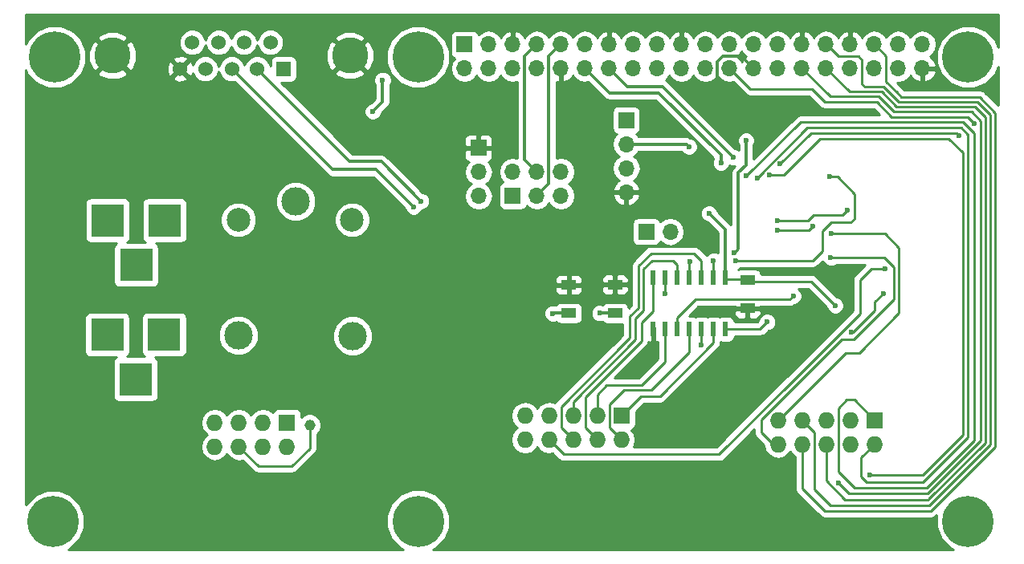
<source format=gbr>
G04 #@! TF.FileFunction,Copper,L2,Bot,Signal*
%FSLAX46Y46*%
G04 Gerber Fmt 4.6, Leading zero omitted, Abs format (unit mm)*
G04 Created by KiCad (PCBNEW 4.0.7) date 09/04/18 15:15:37*
%MOMM*%
%LPD*%
G01*
G04 APERTURE LIST*
%ADD10C,0.100000*%
%ADD11C,3.810000*%
%ADD12R,1.524000X1.524000*%
%ADD13C,1.524000*%
%ADD14C,2.500000*%
%ADD15C,3.000000*%
%ADD16R,0.600000X1.500000*%
%ADD17R,1.700000X1.700000*%
%ADD18O,1.700000X1.700000*%
%ADD19R,1.727200X1.727200*%
%ADD20O,1.727200X1.727200*%
%ADD21R,3.500000X3.500000*%
%ADD22R,1.600000X1.000000*%
%ADD23C,5.400000*%
%ADD24C,0.600000*%
%ADD25C,1.150000*%
%ADD26C,0.304800*%
%ADD27C,0.254000*%
G04 APERTURE END LIST*
D10*
D11*
X165735000Y-74676000D03*
X140716000Y-74676000D03*
D12*
X158750000Y-76073000D03*
D13*
X155956000Y-76073000D03*
X153289000Y-76073000D03*
X150495000Y-76073000D03*
X147828000Y-76073000D03*
X157353000Y-73279000D03*
X154559000Y-73279000D03*
X151892000Y-73279000D03*
X149098000Y-73279000D03*
D14*
X153970000Y-91993000D03*
D15*
X153970000Y-104193000D03*
X166020000Y-104243000D03*
D14*
X165970000Y-91993000D03*
D15*
X160020000Y-90043000D03*
D16*
X205333600Y-103525300D03*
X204063600Y-103525300D03*
X202793600Y-103525300D03*
X201523600Y-103525300D03*
X200253600Y-103525300D03*
X198983600Y-103525300D03*
X197713600Y-103525300D03*
X197713600Y-98125300D03*
X198983600Y-98125300D03*
X200253600Y-98125300D03*
X201523600Y-98125300D03*
X202793600Y-98125300D03*
X204063600Y-98125300D03*
X205333600Y-98125300D03*
D17*
X177825400Y-73482200D03*
D18*
X177825400Y-76022200D03*
X180365400Y-73482200D03*
X180365400Y-76022200D03*
X182905400Y-73482200D03*
X182905400Y-76022200D03*
X185445400Y-73482200D03*
X185445400Y-76022200D03*
X187985400Y-73482200D03*
X187985400Y-76022200D03*
X190525400Y-73482200D03*
X190525400Y-76022200D03*
X193065400Y-73482200D03*
X193065400Y-76022200D03*
X195605400Y-73482200D03*
X195605400Y-76022200D03*
X198145400Y-73482200D03*
X198145400Y-76022200D03*
X200685400Y-73482200D03*
X200685400Y-76022200D03*
X203225400Y-73482200D03*
X203225400Y-76022200D03*
X205765400Y-73482200D03*
X205765400Y-76022200D03*
X208305400Y-73482200D03*
X208305400Y-76022200D03*
X210845400Y-73482200D03*
X210845400Y-76022200D03*
X213385400Y-73482200D03*
X213385400Y-76022200D03*
X215925400Y-73482200D03*
X215925400Y-76022200D03*
X218465400Y-73482200D03*
X218465400Y-76022200D03*
X221005400Y-73482200D03*
X221005400Y-76022200D03*
X223545400Y-73482200D03*
X223545400Y-76022200D03*
X226085400Y-73482200D03*
X226085400Y-76022200D03*
D19*
X159105600Y-113385600D03*
D20*
X159105600Y-115925600D03*
X156565600Y-113385600D03*
X156565600Y-115925600D03*
X154025600Y-113385600D03*
X154025600Y-115925600D03*
X151485600Y-113385600D03*
X151485600Y-115925600D03*
D21*
X146151600Y-104114600D03*
X140151600Y-104114600D03*
X143151600Y-108814600D03*
D22*
X188798200Y-98855400D03*
X188798200Y-101855400D03*
X193675000Y-98842700D03*
X193675000Y-101842700D03*
X207645000Y-101322000D03*
X207645000Y-98322000D03*
D17*
X194868800Y-81462880D03*
D18*
X194868800Y-84002880D03*
X194868800Y-86542880D03*
X194868800Y-89082880D03*
D21*
X146202400Y-92049600D03*
X140202400Y-92049600D03*
X143202400Y-96749600D03*
D19*
X194360800Y-112674400D03*
D20*
X194360800Y-115214400D03*
X191820800Y-112674400D03*
X191820800Y-115214400D03*
X189280800Y-112674400D03*
X189280800Y-115214400D03*
X186740800Y-112674400D03*
X186740800Y-115214400D03*
X184200800Y-112674400D03*
X184200800Y-115214400D03*
D19*
X221030800Y-113131600D03*
D20*
X221030800Y-115671600D03*
X218490800Y-113131600D03*
X218490800Y-115671600D03*
X215950800Y-113131600D03*
X215950800Y-115671600D03*
X213410800Y-113131600D03*
X213410800Y-115671600D03*
X210870800Y-113131600D03*
X210870800Y-115671600D03*
D23*
X172923200Y-123799600D03*
X230911400Y-123799600D03*
X134429500Y-123825000D03*
X230911400Y-74803000D03*
X134594600Y-74803000D03*
X172923200Y-74803000D03*
D17*
X196977000Y-93243400D03*
D18*
X199517000Y-93243400D03*
D17*
X179298600Y-84404200D03*
D18*
X179298600Y-86944200D03*
X179298600Y-89484200D03*
D17*
X182905400Y-89458800D03*
D18*
X182905400Y-86918800D03*
X185445400Y-89458800D03*
X185445400Y-86918800D03*
X187985400Y-89458800D03*
X187985400Y-86918800D03*
D24*
X204851000Y-82105500D03*
X197688200Y-105130600D03*
X207645000Y-101322000D03*
X220853000Y-80645000D03*
X187109100Y-101866700D03*
X192062100Y-101841300D03*
X203593700Y-91325700D03*
X216890600Y-101041200D03*
X168148000Y-80568800D03*
X169189400Y-77241400D03*
X201472800Y-84277200D03*
X206123540Y-85369400D03*
X204851000Y-85979000D03*
X217220800Y-119786400D03*
D25*
X161493200Y-113639600D03*
D24*
X231546400Y-81838800D03*
X173228000Y-90017600D03*
X172440600Y-90627200D03*
X207543400Y-87376000D03*
X208661000Y-87553800D03*
X209956400Y-87274400D03*
X220573600Y-118948200D03*
X211099400Y-86106000D03*
X229946200Y-83108800D03*
X210794600Y-92100400D03*
X218160600Y-90982800D03*
X198983600Y-99745800D03*
X201599800Y-96380300D03*
X206222600Y-95465900D03*
X207492600Y-83604100D03*
X212471000Y-100025200D03*
X202780900Y-105232200D03*
X209727800Y-102781100D03*
X214503000Y-92710000D03*
X210769200Y-93116400D03*
X216281000Y-87439500D03*
X206375000Y-96316800D03*
X204063600Y-96316800D03*
X222123000Y-97142300D03*
X218592400Y-103873300D03*
X221945200Y-99783900D03*
X216484200Y-93421200D03*
X216433400Y-95986600D03*
D26*
X197713600Y-103525300D02*
X197713600Y-105105200D01*
D27*
X207645000Y-101322000D02*
X207338800Y-101322000D01*
D26*
X204851000Y-80645000D02*
X206311500Y-80645000D01*
D27*
X206311500Y-80645000D02*
X220853000Y-80645000D01*
D26*
X204851000Y-82105500D02*
X204851000Y-80645000D01*
X204851000Y-80645000D02*
X204851000Y-77292200D01*
X204851000Y-77292200D02*
X204495400Y-76936600D01*
X204495400Y-76936600D02*
X204495400Y-75336400D01*
X204495400Y-75336400D02*
X205079600Y-74752200D01*
X205079600Y-74752200D02*
X207035400Y-74752200D01*
D27*
X197713600Y-103525300D02*
X197713600Y-102971600D01*
D26*
X207035400Y-74752200D02*
X208305400Y-76022200D01*
X188798200Y-101855400D02*
X187120400Y-101855400D01*
X187120400Y-101855400D02*
X187109100Y-101866700D01*
X193675000Y-101842700D02*
X192063500Y-101842700D01*
X192063500Y-101842700D02*
X192062100Y-101841300D01*
X203593700Y-91325700D02*
X205320900Y-93052900D01*
D27*
X214325200Y-98475800D02*
X207798800Y-98475800D01*
X207798800Y-98475800D02*
X207645000Y-98322000D01*
X214323800Y-98474400D02*
X214325200Y-98475800D01*
X214325200Y-98475800D02*
X216890600Y-101041200D01*
X207073500Y-98234500D02*
X205442800Y-98234500D01*
X205442800Y-98234500D02*
X205333600Y-98125300D01*
D26*
X205320900Y-93052900D02*
X205320900Y-98112600D01*
D27*
X205320900Y-98112600D02*
X205333600Y-98125300D01*
X207619600Y-98234500D02*
X207073500Y-98234500D01*
D26*
X169189400Y-79171800D02*
X169189400Y-79527400D01*
X169189400Y-79527400D02*
X168148000Y-80568800D01*
X169189400Y-77241400D02*
X169189400Y-79171800D01*
X169189400Y-79171800D02*
X169189400Y-79197200D01*
X201198480Y-84002880D02*
X194868800Y-84002880D01*
X201472800Y-84277200D02*
X201198480Y-84002880D01*
X206123540Y-85369400D02*
X198706740Y-77952600D01*
X194995800Y-77952600D02*
X193065400Y-76022200D01*
X198706740Y-77952600D02*
X194995800Y-77952600D01*
X185445400Y-73482200D02*
X184175400Y-74752200D01*
X184175400Y-85648800D02*
X185445400Y-86918800D01*
X184175400Y-74752200D02*
X184175400Y-85648800D01*
X187985400Y-73482200D02*
X186715400Y-74752200D01*
X186715400Y-88188800D02*
X185445400Y-89458800D01*
X186715400Y-74752200D02*
X186715400Y-88188800D01*
X190525400Y-76022200D02*
X193090800Y-78587600D01*
X204851000Y-85140800D02*
X204851000Y-85979000D01*
X198297800Y-78587600D02*
X204851000Y-85140800D01*
X193090800Y-78587600D02*
X198297800Y-78587600D01*
X190525400Y-76022200D02*
X190525400Y-76047600D01*
D27*
X213385400Y-76022200D02*
X216357204Y-78994004D01*
X221513404Y-78994004D02*
X216357204Y-78994004D01*
X231270614Y-80572414D02*
X232241286Y-81543086D01*
X221513404Y-78994004D02*
X223091814Y-80572414D01*
X223091814Y-80572414D02*
X231270614Y-80572414D01*
X226627886Y-120904000D02*
X218338400Y-120904000D01*
X232241286Y-115290600D02*
X226627886Y-120904000D01*
X232241286Y-81543086D02*
X232241286Y-115290600D01*
X232241286Y-115290600D02*
X232241286Y-115292466D01*
X218338400Y-120904000D02*
X217220800Y-119786400D01*
X218389202Y-78486002D02*
X215925400Y-76022200D01*
X219075002Y-78486002D02*
X218389202Y-78486002D01*
X219075002Y-78486002D02*
X219202000Y-78486002D01*
X219202000Y-78486002D02*
X221785578Y-78486002D01*
X223363988Y-80064412D02*
X231626210Y-80064412D01*
X221785578Y-78486002D02*
X223363988Y-80064412D01*
X231626210Y-80064412D02*
X232749288Y-81187490D01*
X226742188Y-121509988D02*
X217928388Y-121509988D01*
X215950800Y-119532400D02*
X215950800Y-115671600D01*
X217928388Y-121509988D02*
X215950800Y-119532400D01*
X232736588Y-115515588D02*
X232749288Y-115502888D01*
X226738576Y-121513600D02*
X226742188Y-121509988D01*
X226742188Y-121509988D02*
X226763976Y-121488200D01*
X232736588Y-115515588D02*
X226763976Y-121488200D01*
X232749288Y-115502888D02*
X232749288Y-81187490D01*
X156083000Y-117983000D02*
X154025600Y-115925600D01*
X159613600Y-117983000D02*
X156083000Y-117983000D01*
X161493200Y-116103400D02*
X159613600Y-117983000D01*
X161493200Y-113639600D02*
X161493200Y-116103400D01*
X221284800Y-79552800D02*
X222859600Y-81127600D01*
X214426800Y-78206600D02*
X215773000Y-79552800D01*
X215773000Y-79552800D02*
X221284800Y-79552800D01*
X207949800Y-78206600D02*
X214426800Y-78206600D01*
X207949800Y-78206600D02*
X205765400Y-76022200D01*
X230835200Y-81127600D02*
X231546400Y-81838800D01*
X222859600Y-81127600D02*
X230835200Y-81127600D01*
X223570800Y-79552800D02*
X231902000Y-79552800D01*
X221996000Y-77978000D02*
X223570800Y-79552800D01*
X219727780Y-77711300D02*
X219994480Y-77978000D01*
X215930480Y-73482200D02*
X217203020Y-74754740D01*
X217203020Y-74754740D02*
X219316300Y-74754740D01*
X219316300Y-74754740D02*
X219727780Y-75166220D01*
X219727780Y-75166220D02*
X219727780Y-77711300D01*
X219994480Y-77978000D02*
X221996000Y-77978000D01*
X231902000Y-79552800D02*
X233257290Y-80908090D01*
X215925400Y-73482200D02*
X215930480Y-73482200D01*
X233257290Y-80908090D02*
X233257290Y-115713310D01*
X226847400Y-122123200D02*
X216357200Y-122123200D01*
X233257290Y-115713310D02*
X226847400Y-122123200D01*
X214680800Y-114401600D02*
X213410800Y-113131600D01*
X214680800Y-120446800D02*
X214680800Y-114401600D01*
X216357200Y-122123200D02*
X214680800Y-120446800D01*
X233781600Y-115925600D02*
X233763424Y-115925600D01*
X233781600Y-115925600D02*
X233781600Y-80695800D01*
X223380300Y-78549500D02*
X223875598Y-79044798D01*
X232130598Y-79044798D02*
X231902000Y-79044798D01*
X233781600Y-80695800D02*
X232130598Y-79044798D01*
X223875598Y-79044798D02*
X231902000Y-79044798D01*
X213410800Y-120319800D02*
X213410800Y-115671600D01*
X215798400Y-122707400D02*
X213410800Y-120319800D01*
X226981624Y-122707400D02*
X215798400Y-122707400D01*
X233763424Y-115925600D02*
X226981624Y-122707400D01*
X222275400Y-74731880D02*
X222275400Y-77444600D01*
X222275400Y-77444600D02*
X223380300Y-78549500D01*
X223380300Y-78549500D02*
X223393000Y-78562200D01*
X221025720Y-73482200D02*
X222275400Y-74731880D01*
X221005400Y-73482200D02*
X221025720Y-73482200D01*
D26*
X155956000Y-76073000D02*
X165709600Y-85826600D01*
X169037000Y-85826600D02*
X173228000Y-90017600D01*
X165709600Y-85826600D02*
X169037000Y-85826600D01*
X163906200Y-86690200D02*
X153289000Y-76073000D01*
X168503600Y-86690200D02*
X163906200Y-86690200D01*
X172440600Y-90627200D02*
X168503600Y-86690200D01*
D27*
X196443600Y-110591600D02*
X194360800Y-112674400D01*
X198424800Y-110591600D02*
X196443600Y-110591600D01*
X204063600Y-104952800D02*
X198424800Y-110591600D01*
X204063600Y-103525300D02*
X204063600Y-104952800D01*
X193090800Y-111506000D02*
X194614800Y-109982000D01*
X194360800Y-115214400D02*
X193090800Y-113944400D01*
X193090800Y-111506000D02*
X193090800Y-113944400D01*
X201523600Y-105943400D02*
X201523600Y-104724200D01*
X197485000Y-109982000D02*
X201523600Y-105943400D01*
X194614800Y-109982000D02*
X197485000Y-109982000D01*
X201523600Y-103525300D02*
X201523600Y-104724200D01*
X191820800Y-110464600D02*
X192811402Y-109473998D01*
X198983600Y-103525300D02*
X198983600Y-104495600D01*
X191820800Y-112674400D02*
X191820800Y-110464600D01*
X192811402Y-109473998D02*
X196469002Y-109473998D01*
X196469002Y-109473998D02*
X198983600Y-106959400D01*
X198983600Y-106959400D02*
X198983600Y-104495600D01*
X190550800Y-110667800D02*
X196469000Y-104749600D01*
X197713600Y-98125300D02*
X197713600Y-101612700D01*
X197713600Y-101612700D02*
X196469000Y-102857300D01*
X190550800Y-113944400D02*
X191820800Y-115214400D01*
X190550800Y-113944400D02*
X190550800Y-110667800D01*
X196469000Y-104749600D02*
X196469000Y-102857300D01*
X189280800Y-112674400D02*
X189280800Y-111201200D01*
X189280800Y-111201200D02*
X195834000Y-104648000D01*
X195834000Y-104648000D02*
X195834000Y-102450900D01*
X195834000Y-102450900D02*
X196697600Y-101587300D01*
X196697600Y-101587300D02*
X196697600Y-97142300D01*
X200253600Y-96761300D02*
X200253600Y-98125300D01*
X199771000Y-96278700D02*
X200253600Y-96761300D01*
X197561200Y-96278700D02*
X199771000Y-96278700D01*
X196697600Y-97142300D02*
X197561200Y-96278700D01*
X195262500Y-104432100D02*
X195262500Y-102196900D01*
X202793600Y-98125300D02*
X202793600Y-96278700D01*
X202031600Y-95516700D02*
X202793600Y-96278700D01*
X197485000Y-95516700D02*
X202031600Y-95516700D01*
X195262500Y-104432100D02*
X194710050Y-104984550D01*
X196164200Y-96837500D02*
X197485000Y-95516700D01*
X196164200Y-101295200D02*
X196164200Y-96837500D01*
X195262500Y-102196900D02*
X196164200Y-101295200D01*
X188010800Y-113944400D02*
X188010800Y-111683800D01*
X189280800Y-115214400D02*
X188010800Y-113944400D01*
X188010800Y-111683800D02*
X194710050Y-104984550D01*
X194710050Y-104984550D02*
X194741800Y-104952800D01*
X218109800Y-110998000D02*
X218897200Y-110998000D01*
X218922600Y-120269000D02*
X217220800Y-118567200D01*
X217220800Y-118567200D02*
X217220800Y-111887000D01*
X217220800Y-111887000D02*
X218109800Y-110998000D01*
X219633800Y-120269000D02*
X218922600Y-120269000D01*
X218897200Y-110998000D02*
X221030800Y-113131600D01*
X226517200Y-120269000D02*
X219633800Y-120269000D01*
X219633800Y-120269000D02*
X219608400Y-120269000D01*
X231546400Y-115239800D02*
X226517200Y-120269000D01*
X231546400Y-82829400D02*
X231546400Y-115239800D01*
X230378000Y-81661000D02*
X231546400Y-82829400D01*
X213258400Y-81661000D02*
X230378000Y-81661000D01*
X207543400Y-87376000D02*
X213258400Y-81661000D01*
X219633800Y-117068600D02*
X221030800Y-115671600D01*
X219633800Y-119075200D02*
X219633800Y-117068600D01*
X220243400Y-119684800D02*
X219633800Y-119075200D01*
X226161600Y-119684800D02*
X220243400Y-119684800D01*
X230911400Y-114935000D02*
X226161600Y-119684800D01*
X230911400Y-83007202D02*
X230911400Y-114935000D01*
X230174798Y-82270600D02*
X230911400Y-83007202D01*
X213944200Y-82270600D02*
X230174798Y-82270600D01*
X208661000Y-87553800D02*
X213944200Y-82270600D01*
X211455000Y-87274400D02*
X209956400Y-87274400D01*
X215315800Y-83413600D02*
X211455000Y-87274400D01*
X228879400Y-83413600D02*
X215315800Y-83413600D01*
X230378000Y-84912200D02*
X228879400Y-83413600D01*
X230378000Y-114681000D02*
X230378000Y-84912200D01*
X226110800Y-118948200D02*
X230378000Y-114681000D01*
X220573600Y-118948200D02*
X226110800Y-118948200D01*
X214376000Y-82829400D02*
X211099400Y-86106000D01*
X229666800Y-82829400D02*
X214376000Y-82829400D01*
X229946200Y-83108800D02*
X229666800Y-82829400D01*
X198983600Y-98125300D02*
X198983600Y-99745800D01*
X210794600Y-92100400D02*
X213995000Y-92100400D01*
X213995000Y-92100400D02*
X214604600Y-91490800D01*
X214604600Y-91490800D02*
X217652600Y-91490800D01*
X217652600Y-91490800D02*
X218160600Y-90982800D01*
D26*
X206654400Y-95034100D02*
X206679800Y-95008700D01*
D27*
X201523600Y-96456500D02*
X201599800Y-96380300D01*
X206222600Y-95465900D02*
X206654400Y-95034100D01*
X201523600Y-96456500D02*
X201523600Y-98125300D01*
D26*
X206679800Y-95008700D02*
X206679800Y-87020400D01*
X206679800Y-87020400D02*
X207492600Y-86207600D01*
X207492600Y-86207600D02*
X207492600Y-83604100D01*
D27*
X200253600Y-103525300D02*
X200253600Y-102285800D01*
X202133200Y-100406200D02*
X212090000Y-100406200D01*
X200253600Y-102285800D02*
X202133200Y-100406200D01*
X212090000Y-100406200D02*
X212471000Y-100025200D01*
X212090000Y-100406200D02*
X212471000Y-100025200D01*
X202793600Y-103525300D02*
X202793600Y-105219500D01*
X202793600Y-105219500D02*
X202780900Y-105232200D01*
X208983600Y-103525300D02*
X205333600Y-103525300D01*
X208983600Y-103525300D02*
X209727800Y-102781100D01*
X214096600Y-93116400D02*
X214503000Y-92710000D01*
X210769200Y-93116400D02*
X214096600Y-93116400D01*
X204063600Y-98125300D02*
X204063600Y-96316800D01*
X216281000Y-87439500D02*
X217119200Y-87439500D01*
X217119200Y-87439500D02*
X218935300Y-89255600D01*
X218935300Y-89255600D02*
X218935300Y-91871800D01*
X218935300Y-91871800D02*
X218541600Y-92265500D01*
X218541600Y-92265500D02*
X216458800Y-92265500D01*
X216458800Y-92265500D02*
X215557100Y-93167200D01*
X215557100Y-93167200D02*
X215557100Y-95300800D01*
X214541100Y-96316800D02*
X215557100Y-95300800D01*
X206375000Y-96316800D02*
X214541100Y-96316800D01*
X212305900Y-109080300D02*
X219506800Y-101879400D01*
X220700600Y-97142300D02*
X222123000Y-97142300D01*
X219506800Y-98336100D02*
X220700600Y-97142300D01*
X219506800Y-101879400D02*
X219506800Y-98336100D01*
X186740800Y-115214400D02*
X188264800Y-116738400D01*
X204647800Y-116738400D02*
X212305900Y-109080300D01*
X212305900Y-109080300D02*
X212324950Y-109061250D01*
X188264800Y-116738400D02*
X204647800Y-116738400D01*
X218592400Y-103873300D02*
X218744800Y-103873300D01*
X218744800Y-103873300D02*
X221056200Y-101561900D01*
X221056200Y-101561900D02*
X221056200Y-100672900D01*
X221056200Y-100672900D02*
X221945200Y-99783900D01*
X210870800Y-113131600D02*
X217982800Y-106019600D01*
X216484200Y-93421200D02*
X222123000Y-93421200D01*
X222123000Y-93421200D02*
X223621600Y-94919800D01*
X223621600Y-94919800D02*
X223621600Y-100558600D01*
X223621600Y-101828600D02*
X223621600Y-100558600D01*
X219430600Y-106019600D02*
X223621600Y-101828600D01*
X217982800Y-106019600D02*
X219430600Y-106019600D01*
X210870800Y-115671600D02*
X210362800Y-115671600D01*
X210362800Y-115671600D02*
X209092800Y-114401600D01*
X209092800Y-114401600D02*
X209092800Y-113080800D01*
X209092800Y-113080800D02*
X217601800Y-104571800D01*
X217601800Y-104571800D02*
X218871800Y-104571800D01*
X218871800Y-104571800D02*
X223088200Y-100355400D01*
X223088200Y-100355400D02*
X223088200Y-97028000D01*
X223088200Y-97028000D02*
X222046800Y-95986600D01*
X222046800Y-95986600D02*
X216433400Y-95986600D01*
G36*
X234088000Y-73757782D02*
X233740324Y-72916342D01*
X232802993Y-71977373D01*
X231577683Y-71468580D01*
X230250938Y-71467422D01*
X229024742Y-71974076D01*
X228085773Y-72911407D01*
X227576980Y-74136717D01*
X227575822Y-75463462D01*
X228082476Y-76689658D01*
X229019807Y-77628627D01*
X230245117Y-78137420D01*
X231571862Y-78138578D01*
X232798058Y-77631924D01*
X233737027Y-76694593D01*
X234088000Y-75849356D01*
X234088000Y-79924569D01*
X232669413Y-78505983D01*
X232639509Y-78486002D01*
X232422203Y-78340802D01*
X232130598Y-78282798D01*
X224191228Y-78282798D01*
X223931818Y-78023388D01*
X223931816Y-78023385D01*
X223919118Y-78010688D01*
X223919116Y-78010685D01*
X223419725Y-77511295D01*
X223545400Y-77536293D01*
X224113685Y-77423254D01*
X224595454Y-77101347D01*
X224823102Y-76760647D01*
X224890217Y-76903558D01*
X225318476Y-77293845D01*
X225728510Y-77463676D01*
X225958400Y-77342355D01*
X225958400Y-76149200D01*
X226212400Y-76149200D01*
X226212400Y-77342355D01*
X226442290Y-77463676D01*
X226852324Y-77293845D01*
X227280583Y-76903558D01*
X227526886Y-76379092D01*
X227406219Y-76149200D01*
X226212400Y-76149200D01*
X225958400Y-76149200D01*
X225938400Y-76149200D01*
X225938400Y-75895200D01*
X225958400Y-75895200D01*
X225958400Y-75875200D01*
X226212400Y-75875200D01*
X226212400Y-75895200D01*
X227406219Y-75895200D01*
X227526886Y-75665308D01*
X227280583Y-75140842D01*
X226852324Y-74750555D01*
X226852299Y-74750545D01*
X227135454Y-74561347D01*
X227457361Y-74079578D01*
X227570400Y-73511293D01*
X227570400Y-73453107D01*
X227457361Y-72884822D01*
X227135454Y-72403053D01*
X226653685Y-72081146D01*
X226085400Y-71968107D01*
X225517115Y-72081146D01*
X225035346Y-72403053D01*
X224815400Y-72732226D01*
X224595454Y-72403053D01*
X224113685Y-72081146D01*
X223545400Y-71968107D01*
X222977115Y-72081146D01*
X222495346Y-72403053D01*
X222275400Y-72732226D01*
X222055454Y-72403053D01*
X221573685Y-72081146D01*
X221005400Y-71968107D01*
X220437115Y-72081146D01*
X219955346Y-72403053D01*
X219727698Y-72743753D01*
X219660583Y-72600842D01*
X219232324Y-72210555D01*
X218822290Y-72040724D01*
X218592400Y-72162045D01*
X218592400Y-73355200D01*
X218612400Y-73355200D01*
X218612400Y-73609200D01*
X218592400Y-73609200D01*
X218592400Y-73629200D01*
X218338400Y-73629200D01*
X218338400Y-73609200D01*
X218318400Y-73609200D01*
X218318400Y-73355200D01*
X218338400Y-73355200D01*
X218338400Y-72162045D01*
X218108510Y-72040724D01*
X217698476Y-72210555D01*
X217270217Y-72600842D01*
X217203102Y-72743753D01*
X216975454Y-72403053D01*
X216493685Y-72081146D01*
X215925400Y-71968107D01*
X215357115Y-72081146D01*
X214875346Y-72403053D01*
X214647698Y-72743753D01*
X214580583Y-72600842D01*
X214152324Y-72210555D01*
X213742290Y-72040724D01*
X213512400Y-72162045D01*
X213512400Y-73355200D01*
X213532400Y-73355200D01*
X213532400Y-73609200D01*
X213512400Y-73609200D01*
X213512400Y-73629200D01*
X213258400Y-73629200D01*
X213258400Y-73609200D01*
X213238400Y-73609200D01*
X213238400Y-73355200D01*
X213258400Y-73355200D01*
X213258400Y-72162045D01*
X213028510Y-72040724D01*
X212618476Y-72210555D01*
X212190217Y-72600842D01*
X212123102Y-72743753D01*
X211895454Y-72403053D01*
X211413685Y-72081146D01*
X210845400Y-71968107D01*
X210277115Y-72081146D01*
X209795346Y-72403053D01*
X209575400Y-72732226D01*
X209355454Y-72403053D01*
X208873685Y-72081146D01*
X208305400Y-71968107D01*
X207737115Y-72081146D01*
X207255346Y-72403053D01*
X207035400Y-72732226D01*
X206815454Y-72403053D01*
X206333685Y-72081146D01*
X205765400Y-71968107D01*
X205197115Y-72081146D01*
X204715346Y-72403053D01*
X204495400Y-72732226D01*
X204275454Y-72403053D01*
X203793685Y-72081146D01*
X203225400Y-71968107D01*
X202657115Y-72081146D01*
X202175346Y-72403053D01*
X201947698Y-72743753D01*
X201880583Y-72600842D01*
X201452324Y-72210555D01*
X201042290Y-72040724D01*
X200812400Y-72162045D01*
X200812400Y-73355200D01*
X200832400Y-73355200D01*
X200832400Y-73609200D01*
X200812400Y-73609200D01*
X200812400Y-73629200D01*
X200558400Y-73629200D01*
X200558400Y-73609200D01*
X200538400Y-73609200D01*
X200538400Y-73355200D01*
X200558400Y-73355200D01*
X200558400Y-72162045D01*
X200328510Y-72040724D01*
X199918476Y-72210555D01*
X199490217Y-72600842D01*
X199423102Y-72743753D01*
X199195454Y-72403053D01*
X198713685Y-72081146D01*
X198145400Y-71968107D01*
X197577115Y-72081146D01*
X197095346Y-72403053D01*
X196875400Y-72732226D01*
X196655454Y-72403053D01*
X196173685Y-72081146D01*
X195605400Y-71968107D01*
X195037115Y-72081146D01*
X194555346Y-72403053D01*
X194327698Y-72743753D01*
X194260583Y-72600842D01*
X193832324Y-72210555D01*
X193422290Y-72040724D01*
X193192400Y-72162045D01*
X193192400Y-73355200D01*
X193212400Y-73355200D01*
X193212400Y-73609200D01*
X193192400Y-73609200D01*
X193192400Y-73629200D01*
X192938400Y-73629200D01*
X192938400Y-73609200D01*
X192918400Y-73609200D01*
X192918400Y-73355200D01*
X192938400Y-73355200D01*
X192938400Y-72162045D01*
X192708510Y-72040724D01*
X192298476Y-72210555D01*
X191870217Y-72600842D01*
X191803102Y-72743753D01*
X191575454Y-72403053D01*
X191093685Y-72081146D01*
X190525400Y-71968107D01*
X189957115Y-72081146D01*
X189475346Y-72403053D01*
X189255400Y-72732226D01*
X189035454Y-72403053D01*
X188553685Y-72081146D01*
X187985400Y-71968107D01*
X187417115Y-72081146D01*
X186935346Y-72403053D01*
X186715400Y-72732226D01*
X186495454Y-72403053D01*
X186013685Y-72081146D01*
X185445400Y-71968107D01*
X184877115Y-72081146D01*
X184395346Y-72403053D01*
X184167698Y-72743753D01*
X184100583Y-72600842D01*
X183672324Y-72210555D01*
X183262290Y-72040724D01*
X183032400Y-72162045D01*
X183032400Y-73355200D01*
X183052400Y-73355200D01*
X183052400Y-73609200D01*
X183032400Y-73609200D01*
X183032400Y-73629200D01*
X182778400Y-73629200D01*
X182778400Y-73609200D01*
X182758400Y-73609200D01*
X182758400Y-73355200D01*
X182778400Y-73355200D01*
X182778400Y-72162045D01*
X182548510Y-72040724D01*
X182138476Y-72210555D01*
X181710217Y-72600842D01*
X181643102Y-72743753D01*
X181415454Y-72403053D01*
X180933685Y-72081146D01*
X180365400Y-71968107D01*
X179797115Y-72081146D01*
X179315346Y-72403053D01*
X179287550Y-72444652D01*
X179278562Y-72396883D01*
X179139490Y-72180759D01*
X178927290Y-72035769D01*
X178675400Y-71984760D01*
X176975400Y-71984760D01*
X176740083Y-72029038D01*
X176523959Y-72168110D01*
X176378969Y-72380310D01*
X176327960Y-72632200D01*
X176327960Y-74332200D01*
X176372238Y-74567517D01*
X176511310Y-74783641D01*
X176723510Y-74928631D01*
X176779854Y-74940041D01*
X176775346Y-74943053D01*
X176453439Y-75424822D01*
X176340400Y-75993107D01*
X176340400Y-76051293D01*
X176453439Y-76619578D01*
X176775346Y-77101347D01*
X177257115Y-77423254D01*
X177825400Y-77536293D01*
X178393685Y-77423254D01*
X178875454Y-77101347D01*
X179095400Y-76772174D01*
X179315346Y-77101347D01*
X179797115Y-77423254D01*
X180365400Y-77536293D01*
X180933685Y-77423254D01*
X181415454Y-77101347D01*
X181635400Y-76772174D01*
X181855346Y-77101347D01*
X182337115Y-77423254D01*
X182905400Y-77536293D01*
X183388000Y-77440298D01*
X183388000Y-85500702D01*
X182905400Y-85404707D01*
X182337115Y-85517746D01*
X181855346Y-85839653D01*
X181533439Y-86321422D01*
X181420400Y-86889707D01*
X181420400Y-86947893D01*
X181533439Y-87516178D01*
X181855346Y-87997947D01*
X181856579Y-87998771D01*
X181820083Y-88005638D01*
X181603959Y-88144710D01*
X181458969Y-88356910D01*
X181407960Y-88608800D01*
X181407960Y-90308800D01*
X181452238Y-90544117D01*
X181591310Y-90760241D01*
X181803510Y-90905231D01*
X182055400Y-90956240D01*
X183755400Y-90956240D01*
X183990717Y-90911962D01*
X184206841Y-90772890D01*
X184351831Y-90560690D01*
X184365486Y-90493259D01*
X184395346Y-90537947D01*
X184877115Y-90859854D01*
X185445400Y-90972893D01*
X186013685Y-90859854D01*
X186495454Y-90537947D01*
X186715400Y-90208774D01*
X186935346Y-90537947D01*
X187417115Y-90859854D01*
X187985400Y-90972893D01*
X188553685Y-90859854D01*
X189035454Y-90537947D01*
X189357361Y-90056178D01*
X189470400Y-89487893D01*
X189470400Y-89439770D01*
X193427324Y-89439770D01*
X193597155Y-89849804D01*
X193987442Y-90278063D01*
X194511908Y-90524366D01*
X194741800Y-90403699D01*
X194741800Y-89209880D01*
X194995800Y-89209880D01*
X194995800Y-90403699D01*
X195225692Y-90524366D01*
X195750158Y-90278063D01*
X196140445Y-89849804D01*
X196310276Y-89439770D01*
X196188955Y-89209880D01*
X194995800Y-89209880D01*
X194741800Y-89209880D01*
X193548645Y-89209880D01*
X193427324Y-89439770D01*
X189470400Y-89439770D01*
X189470400Y-89429707D01*
X189357361Y-88861422D01*
X189035454Y-88379653D01*
X188749822Y-88188800D01*
X189035454Y-87997947D01*
X189357361Y-87516178D01*
X189470400Y-86947893D01*
X189470400Y-86889707D01*
X189357361Y-86321422D01*
X189035454Y-85839653D01*
X188553685Y-85517746D01*
X187985400Y-85404707D01*
X187502800Y-85500702D01*
X187502800Y-84002880D01*
X193354707Y-84002880D01*
X193467746Y-84571165D01*
X193789653Y-85052934D01*
X194118826Y-85272880D01*
X193789653Y-85492826D01*
X193467746Y-85974595D01*
X193354707Y-86542880D01*
X193467746Y-87111165D01*
X193789653Y-87592934D01*
X194130353Y-87820582D01*
X193987442Y-87887697D01*
X193597155Y-88315956D01*
X193427324Y-88725990D01*
X193548645Y-88955880D01*
X194741800Y-88955880D01*
X194741800Y-88935880D01*
X194995800Y-88935880D01*
X194995800Y-88955880D01*
X196188955Y-88955880D01*
X196310276Y-88725990D01*
X196140445Y-88315956D01*
X195750158Y-87887697D01*
X195607247Y-87820582D01*
X195947947Y-87592934D01*
X196269854Y-87111165D01*
X196382893Y-86542880D01*
X196269854Y-85974595D01*
X195947947Y-85492826D01*
X195618774Y-85272880D01*
X195947947Y-85052934D01*
X196123446Y-84790280D01*
X200673129Y-84790280D01*
X200679683Y-84806143D01*
X200942473Y-85069392D01*
X201286001Y-85212038D01*
X201657967Y-85212362D01*
X202001743Y-85070317D01*
X202264992Y-84807527D01*
X202407638Y-84463999D01*
X202407962Y-84092033D01*
X202265917Y-83748257D01*
X202003127Y-83485008D01*
X201659599Y-83342362D01*
X201599917Y-83342310D01*
X201499805Y-83275417D01*
X201198480Y-83215480D01*
X196123446Y-83215480D01*
X195947947Y-82952826D01*
X195906348Y-82925030D01*
X195954117Y-82916042D01*
X196170241Y-82776970D01*
X196315231Y-82564770D01*
X196366240Y-82312880D01*
X196366240Y-80612880D01*
X196321962Y-80377563D01*
X196182890Y-80161439D01*
X195970690Y-80016449D01*
X195718800Y-79965440D01*
X194018800Y-79965440D01*
X193783483Y-80009718D01*
X193567359Y-80148790D01*
X193422369Y-80360990D01*
X193371360Y-80612880D01*
X193371360Y-82312880D01*
X193415638Y-82548197D01*
X193554710Y-82764321D01*
X193766910Y-82909311D01*
X193834341Y-82922966D01*
X193789653Y-82952826D01*
X193467746Y-83434595D01*
X193354707Y-84002880D01*
X187502800Y-84002880D01*
X187502800Y-77411608D01*
X187628510Y-77463676D01*
X187858400Y-77342355D01*
X187858400Y-76149200D01*
X187838400Y-76149200D01*
X187838400Y-75895200D01*
X187858400Y-75895200D01*
X187858400Y-75875200D01*
X188112400Y-75875200D01*
X188112400Y-75895200D01*
X188132400Y-75895200D01*
X188132400Y-76149200D01*
X188112400Y-76149200D01*
X188112400Y-77342355D01*
X188342290Y-77463676D01*
X188752324Y-77293845D01*
X189180583Y-76903558D01*
X189247698Y-76760647D01*
X189475346Y-77101347D01*
X189957115Y-77423254D01*
X190525400Y-77536293D01*
X190859487Y-77469839D01*
X192534024Y-79144376D01*
X192789475Y-79315063D01*
X193090800Y-79375000D01*
X197971648Y-79375000D01*
X204054851Y-85458203D01*
X203916162Y-85792201D01*
X203915838Y-86164167D01*
X204057883Y-86507943D01*
X204320673Y-86771192D01*
X204664201Y-86913838D01*
X205036167Y-86914162D01*
X205379943Y-86772117D01*
X205643192Y-86509327D01*
X205759000Y-86230433D01*
X205936741Y-86304238D01*
X206282109Y-86304539D01*
X206123024Y-86463624D01*
X205952337Y-86719075D01*
X205892400Y-87020400D01*
X205892400Y-92518160D01*
X205877676Y-92496124D01*
X204528856Y-91147304D01*
X204528862Y-91140533D01*
X204386817Y-90796757D01*
X204124027Y-90533508D01*
X203780499Y-90390862D01*
X203408533Y-90390538D01*
X203064757Y-90532583D01*
X202801508Y-90795373D01*
X202658862Y-91138901D01*
X202658538Y-91510867D01*
X202800583Y-91854643D01*
X203063373Y-92117892D01*
X203406901Y-92260538D01*
X203414993Y-92260545D01*
X204533500Y-93379052D01*
X204533500Y-95499516D01*
X204250399Y-95381962D01*
X203878433Y-95381638D01*
X203534657Y-95523683D01*
X203325253Y-95732722D01*
X202570415Y-94977885D01*
X202507091Y-94935573D01*
X202323205Y-94812704D01*
X202031600Y-94754700D01*
X199531041Y-94754700D01*
X200085285Y-94644454D01*
X200567054Y-94322547D01*
X200888961Y-93840778D01*
X201002000Y-93272493D01*
X201002000Y-93214307D01*
X200888961Y-92646022D01*
X200567054Y-92164253D01*
X200085285Y-91842346D01*
X199517000Y-91729307D01*
X198948715Y-91842346D01*
X198466946Y-92164253D01*
X198439150Y-92205852D01*
X198430162Y-92158083D01*
X198291090Y-91941959D01*
X198078890Y-91796969D01*
X197827000Y-91745960D01*
X196127000Y-91745960D01*
X195891683Y-91790238D01*
X195675559Y-91929310D01*
X195530569Y-92141510D01*
X195479560Y-92393400D01*
X195479560Y-94093400D01*
X195523838Y-94328717D01*
X195662910Y-94544841D01*
X195875110Y-94689831D01*
X196127000Y-94740840D01*
X197827000Y-94740840D01*
X198062317Y-94696562D01*
X198278441Y-94557490D01*
X198423431Y-94345290D01*
X198437086Y-94277859D01*
X198466946Y-94322547D01*
X198948715Y-94644454D01*
X199502959Y-94754700D01*
X197485000Y-94754700D01*
X197193395Y-94812704D01*
X196946184Y-94977885D01*
X195625385Y-96298685D01*
X195460204Y-96545895D01*
X195402200Y-96837500D01*
X195402200Y-100979569D01*
X195109237Y-101272533D01*
X195078162Y-101107383D01*
X194939090Y-100891259D01*
X194726890Y-100746269D01*
X194475000Y-100695260D01*
X192875000Y-100695260D01*
X192639683Y-100739538D01*
X192423559Y-100878610D01*
X192370132Y-100956803D01*
X192248899Y-100906462D01*
X191876933Y-100906138D01*
X191533157Y-101048183D01*
X191269908Y-101310973D01*
X191127262Y-101654501D01*
X191126938Y-102026467D01*
X191268983Y-102370243D01*
X191531773Y-102633492D01*
X191875301Y-102776138D01*
X192247267Y-102776462D01*
X192367552Y-102726761D01*
X192410910Y-102794141D01*
X192623110Y-102939131D01*
X192875000Y-102990140D01*
X194475000Y-102990140D01*
X194500500Y-102985342D01*
X194500500Y-104116469D01*
X194202987Y-104413983D01*
X194202984Y-104413985D01*
X194184870Y-104432100D01*
X194171237Y-104445733D01*
X194171234Y-104445735D01*
X187471985Y-111144985D01*
X187369943Y-111297702D01*
X187314289Y-111260515D01*
X186740800Y-111146441D01*
X186167311Y-111260515D01*
X185681130Y-111585371D01*
X185470800Y-111900152D01*
X185260470Y-111585371D01*
X184774289Y-111260515D01*
X184200800Y-111146441D01*
X183627311Y-111260515D01*
X183141130Y-111585371D01*
X182816274Y-112071552D01*
X182702200Y-112645041D01*
X182702200Y-112703759D01*
X182816274Y-113277248D01*
X183141130Y-113763429D01*
X183411972Y-113944400D01*
X183141130Y-114125371D01*
X182816274Y-114611552D01*
X182702200Y-115185041D01*
X182702200Y-115243759D01*
X182816274Y-115817248D01*
X183141130Y-116303429D01*
X183627311Y-116628285D01*
X184200800Y-116742359D01*
X184774289Y-116628285D01*
X185260470Y-116303429D01*
X185470800Y-115988648D01*
X185681130Y-116303429D01*
X186167311Y-116628285D01*
X186740800Y-116742359D01*
X187116414Y-116667645D01*
X187725984Y-117277215D01*
X187819178Y-117339485D01*
X187973195Y-117442396D01*
X188264800Y-117500400D01*
X204647800Y-117500400D01*
X204939405Y-117442396D01*
X205186615Y-117277215D01*
X208330800Y-114133030D01*
X208330800Y-114401600D01*
X208388804Y-114693205D01*
X208490652Y-114845631D01*
X208553985Y-114940415D01*
X209386520Y-115772951D01*
X209486274Y-116274448D01*
X209811130Y-116760629D01*
X210297311Y-117085485D01*
X210870800Y-117199559D01*
X211444289Y-117085485D01*
X211930470Y-116760629D01*
X212140800Y-116445848D01*
X212351130Y-116760629D01*
X212648800Y-116959526D01*
X212648800Y-120319800D01*
X212706804Y-120611405D01*
X212838042Y-120807816D01*
X212871985Y-120858615D01*
X215259584Y-123246215D01*
X215506795Y-123411396D01*
X215798400Y-123469400D01*
X226981624Y-123469400D01*
X227273229Y-123411396D01*
X227520439Y-123246215D01*
X227576931Y-123189723D01*
X227575822Y-124460062D01*
X228082476Y-125686258D01*
X229019807Y-126625227D01*
X229375684Y-126773000D01*
X174460199Y-126773000D01*
X174809858Y-126628524D01*
X175748827Y-125691193D01*
X176257620Y-124465883D01*
X176258778Y-123139138D01*
X175752124Y-121912942D01*
X174814793Y-120973973D01*
X173589483Y-120465180D01*
X172262738Y-120464022D01*
X171036542Y-120970676D01*
X170097573Y-121908007D01*
X169588780Y-123133317D01*
X169587622Y-124460062D01*
X170094276Y-125686258D01*
X171031607Y-126625227D01*
X171387484Y-126773000D01*
X136027972Y-126773000D01*
X136316158Y-126653924D01*
X137255127Y-125716593D01*
X137763920Y-124491283D01*
X137765078Y-123164538D01*
X137258424Y-121938342D01*
X136321093Y-120999373D01*
X135095783Y-120490580D01*
X133769038Y-120489422D01*
X132542842Y-120996076D01*
X131603873Y-121933407D01*
X131545000Y-122075189D01*
X131545000Y-113356241D01*
X149987000Y-113356241D01*
X149987000Y-113414959D01*
X150101074Y-113988448D01*
X150425930Y-114474629D01*
X150696772Y-114655600D01*
X150425930Y-114836571D01*
X150101074Y-115322752D01*
X149987000Y-115896241D01*
X149987000Y-115954959D01*
X150101074Y-116528448D01*
X150425930Y-117014629D01*
X150912111Y-117339485D01*
X151485600Y-117453559D01*
X152059089Y-117339485D01*
X152545270Y-117014629D01*
X152755600Y-116699848D01*
X152965930Y-117014629D01*
X153452111Y-117339485D01*
X154025600Y-117453559D01*
X154401215Y-117378845D01*
X155544185Y-118521815D01*
X155791395Y-118686996D01*
X156083000Y-118745000D01*
X159613600Y-118745000D01*
X159905205Y-118686996D01*
X160152415Y-118521815D01*
X162032016Y-116642215D01*
X162143538Y-116475310D01*
X162197196Y-116395005D01*
X162255200Y-116103400D01*
X162255200Y-114588635D01*
X162518390Y-114325905D01*
X162702989Y-113881340D01*
X162703409Y-113399972D01*
X162519586Y-112955086D01*
X162179505Y-112614410D01*
X161734940Y-112429811D01*
X161253572Y-112429391D01*
X160808686Y-112613214D01*
X160616640Y-112804925D01*
X160616640Y-112522000D01*
X160572362Y-112286683D01*
X160433290Y-112070559D01*
X160221090Y-111925569D01*
X159969200Y-111874560D01*
X158242000Y-111874560D01*
X158006683Y-111918838D01*
X157790559Y-112057910D01*
X157645569Y-112270110D01*
X157636736Y-112313731D01*
X157625270Y-112296571D01*
X157139089Y-111971715D01*
X156565600Y-111857641D01*
X155992111Y-111971715D01*
X155505930Y-112296571D01*
X155295600Y-112611352D01*
X155085270Y-112296571D01*
X154599089Y-111971715D01*
X154025600Y-111857641D01*
X153452111Y-111971715D01*
X152965930Y-112296571D01*
X152755600Y-112611352D01*
X152545270Y-112296571D01*
X152059089Y-111971715D01*
X151485600Y-111857641D01*
X150912111Y-111971715D01*
X150425930Y-112296571D01*
X150101074Y-112782752D01*
X149987000Y-113356241D01*
X131545000Y-113356241D01*
X131545000Y-102364600D01*
X137754160Y-102364600D01*
X137754160Y-105864600D01*
X137798438Y-106099917D01*
X137937510Y-106316041D01*
X138149710Y-106461031D01*
X138401600Y-106512040D01*
X141087645Y-106512040D01*
X140950159Y-106600510D01*
X140805169Y-106812710D01*
X140754160Y-107064600D01*
X140754160Y-110564600D01*
X140798438Y-110799917D01*
X140937510Y-111016041D01*
X141149710Y-111161031D01*
X141401600Y-111212040D01*
X144901600Y-111212040D01*
X145136917Y-111167762D01*
X145353041Y-111028690D01*
X145498031Y-110816490D01*
X145549040Y-110564600D01*
X145549040Y-107064600D01*
X145504762Y-106829283D01*
X145365690Y-106613159D01*
X145217697Y-106512040D01*
X147901600Y-106512040D01*
X148136917Y-106467762D01*
X148353041Y-106328690D01*
X148498031Y-106116490D01*
X148549040Y-105864600D01*
X148549040Y-104615815D01*
X151834630Y-104615815D01*
X152158980Y-105400800D01*
X152759041Y-106001909D01*
X153543459Y-106327628D01*
X154392815Y-106328370D01*
X155177800Y-106004020D01*
X155778909Y-105403959D01*
X156085413Y-104665815D01*
X163884630Y-104665815D01*
X164208980Y-105450800D01*
X164809041Y-106051909D01*
X165593459Y-106377628D01*
X166442815Y-106378370D01*
X167227800Y-106054020D01*
X167828909Y-105453959D01*
X168154628Y-104669541D01*
X168155370Y-103820185D01*
X167831020Y-103035200D01*
X167230959Y-102434091D01*
X166446541Y-102108372D01*
X165597185Y-102107630D01*
X164812200Y-102431980D01*
X164211091Y-103032041D01*
X163885372Y-103816459D01*
X163884630Y-104665815D01*
X156085413Y-104665815D01*
X156104628Y-104619541D01*
X156105370Y-103770185D01*
X155781020Y-102985200D01*
X155180959Y-102384091D01*
X154396541Y-102058372D01*
X153547185Y-102057630D01*
X152762200Y-102381980D01*
X152161091Y-102982041D01*
X151835372Y-103766459D01*
X151834630Y-104615815D01*
X148549040Y-104615815D01*
X148549040Y-102364600D01*
X148504762Y-102129283D01*
X148454947Y-102051867D01*
X186173938Y-102051867D01*
X186315983Y-102395643D01*
X186578773Y-102658892D01*
X186922301Y-102801538D01*
X187294267Y-102801862D01*
X187481203Y-102724622D01*
X187534110Y-102806841D01*
X187746310Y-102951831D01*
X187998200Y-103002840D01*
X189598200Y-103002840D01*
X189833517Y-102958562D01*
X190049641Y-102819490D01*
X190194631Y-102607290D01*
X190245640Y-102355400D01*
X190245640Y-101355400D01*
X190201362Y-101120083D01*
X190062290Y-100903959D01*
X189850090Y-100758969D01*
X189598200Y-100707960D01*
X187998200Y-100707960D01*
X187762883Y-100752238D01*
X187546759Y-100891310D01*
X187469731Y-101004044D01*
X187295899Y-100931862D01*
X186923933Y-100931538D01*
X186580157Y-101073583D01*
X186316908Y-101336373D01*
X186174262Y-101679901D01*
X186173938Y-102051867D01*
X148454947Y-102051867D01*
X148365690Y-101913159D01*
X148153490Y-101768169D01*
X147901600Y-101717160D01*
X144401600Y-101717160D01*
X144166283Y-101761438D01*
X143950159Y-101900510D01*
X143805169Y-102112710D01*
X143754160Y-102364600D01*
X143754160Y-105864600D01*
X143798438Y-106099917D01*
X143937510Y-106316041D01*
X144085503Y-106417160D01*
X142215555Y-106417160D01*
X142353041Y-106328690D01*
X142498031Y-106116490D01*
X142549040Y-105864600D01*
X142549040Y-102364600D01*
X142504762Y-102129283D01*
X142365690Y-101913159D01*
X142153490Y-101768169D01*
X141901600Y-101717160D01*
X138401600Y-101717160D01*
X138166283Y-101761438D01*
X137950159Y-101900510D01*
X137805169Y-102112710D01*
X137754160Y-102364600D01*
X131545000Y-102364600D01*
X131545000Y-90299600D01*
X137804960Y-90299600D01*
X137804960Y-93799600D01*
X137849238Y-94034917D01*
X137988310Y-94251041D01*
X138200510Y-94396031D01*
X138452400Y-94447040D01*
X141138445Y-94447040D01*
X141000959Y-94535510D01*
X140855969Y-94747710D01*
X140804960Y-94999600D01*
X140804960Y-98499600D01*
X140849238Y-98734917D01*
X140988310Y-98951041D01*
X141200510Y-99096031D01*
X141452400Y-99147040D01*
X144952400Y-99147040D01*
X144983702Y-99141150D01*
X187363200Y-99141150D01*
X187363200Y-99481709D01*
X187459873Y-99715098D01*
X187638501Y-99893727D01*
X187871890Y-99990400D01*
X188512450Y-99990400D01*
X188671200Y-99831650D01*
X188671200Y-98982400D01*
X188925200Y-98982400D01*
X188925200Y-99831650D01*
X189083950Y-99990400D01*
X189724510Y-99990400D01*
X189957899Y-99893727D01*
X190136527Y-99715098D01*
X190233200Y-99481709D01*
X190233200Y-99141150D01*
X190220500Y-99128450D01*
X192240000Y-99128450D01*
X192240000Y-99469009D01*
X192336673Y-99702398D01*
X192515301Y-99881027D01*
X192748690Y-99977700D01*
X193389250Y-99977700D01*
X193548000Y-99818950D01*
X193548000Y-98969700D01*
X193802000Y-98969700D01*
X193802000Y-99818950D01*
X193960750Y-99977700D01*
X194601310Y-99977700D01*
X194834699Y-99881027D01*
X195013327Y-99702398D01*
X195110000Y-99469009D01*
X195110000Y-99128450D01*
X194951250Y-98969700D01*
X193802000Y-98969700D01*
X193548000Y-98969700D01*
X192398750Y-98969700D01*
X192240000Y-99128450D01*
X190220500Y-99128450D01*
X190074450Y-98982400D01*
X188925200Y-98982400D01*
X188671200Y-98982400D01*
X187521950Y-98982400D01*
X187363200Y-99141150D01*
X144983702Y-99141150D01*
X145187717Y-99102762D01*
X145403841Y-98963690D01*
X145548831Y-98751490D01*
X145599840Y-98499600D01*
X145599840Y-98229091D01*
X187363200Y-98229091D01*
X187363200Y-98569650D01*
X187521950Y-98728400D01*
X188671200Y-98728400D01*
X188671200Y-97879150D01*
X188925200Y-97879150D01*
X188925200Y-98728400D01*
X190074450Y-98728400D01*
X190233200Y-98569650D01*
X190233200Y-98229091D01*
X190227940Y-98216391D01*
X192240000Y-98216391D01*
X192240000Y-98556950D01*
X192398750Y-98715700D01*
X193548000Y-98715700D01*
X193548000Y-97866450D01*
X193802000Y-97866450D01*
X193802000Y-98715700D01*
X194951250Y-98715700D01*
X195110000Y-98556950D01*
X195110000Y-98216391D01*
X195013327Y-97983002D01*
X194834699Y-97804373D01*
X194601310Y-97707700D01*
X193960750Y-97707700D01*
X193802000Y-97866450D01*
X193548000Y-97866450D01*
X193389250Y-97707700D01*
X192748690Y-97707700D01*
X192515301Y-97804373D01*
X192336673Y-97983002D01*
X192240000Y-98216391D01*
X190227940Y-98216391D01*
X190136527Y-97995702D01*
X189957899Y-97817073D01*
X189724510Y-97720400D01*
X189083950Y-97720400D01*
X188925200Y-97879150D01*
X188671200Y-97879150D01*
X188512450Y-97720400D01*
X187871890Y-97720400D01*
X187638501Y-97817073D01*
X187459873Y-97995702D01*
X187363200Y-98229091D01*
X145599840Y-98229091D01*
X145599840Y-94999600D01*
X145555562Y-94764283D01*
X145416490Y-94548159D01*
X145268497Y-94447040D01*
X147952400Y-94447040D01*
X148187717Y-94402762D01*
X148403841Y-94263690D01*
X148548831Y-94051490D01*
X148599840Y-93799600D01*
X148599840Y-92366305D01*
X152084674Y-92366305D01*
X152371043Y-93059372D01*
X152900839Y-93590093D01*
X153593405Y-93877672D01*
X154343305Y-93878326D01*
X155036372Y-93591957D01*
X155567093Y-93062161D01*
X155854672Y-92369595D01*
X155854674Y-92366305D01*
X164084674Y-92366305D01*
X164371043Y-93059372D01*
X164900839Y-93590093D01*
X165593405Y-93877672D01*
X166343305Y-93878326D01*
X167036372Y-93591957D01*
X167567093Y-93062161D01*
X167854672Y-92369595D01*
X167855326Y-91619695D01*
X167568957Y-90926628D01*
X167039161Y-90395907D01*
X166346595Y-90108328D01*
X165596695Y-90107674D01*
X164903628Y-90394043D01*
X164372907Y-90923839D01*
X164085328Y-91616405D01*
X164084674Y-92366305D01*
X155854674Y-92366305D01*
X155855326Y-91619695D01*
X155568957Y-90926628D01*
X155108948Y-90465815D01*
X157884630Y-90465815D01*
X158208980Y-91250800D01*
X158809041Y-91851909D01*
X159593459Y-92177628D01*
X160442815Y-92178370D01*
X161227800Y-91854020D01*
X161828909Y-91253959D01*
X162154628Y-90469541D01*
X162155370Y-89620185D01*
X161831020Y-88835200D01*
X161230959Y-88234091D01*
X160446541Y-87908372D01*
X159597185Y-87907630D01*
X158812200Y-88231980D01*
X158211091Y-88832041D01*
X157885372Y-89616459D01*
X157884630Y-90465815D01*
X155108948Y-90465815D01*
X155039161Y-90395907D01*
X154346595Y-90108328D01*
X153596695Y-90107674D01*
X152903628Y-90394043D01*
X152372907Y-90923839D01*
X152085328Y-91616405D01*
X152084674Y-92366305D01*
X148599840Y-92366305D01*
X148599840Y-90299600D01*
X148555562Y-90064283D01*
X148416490Y-89848159D01*
X148204290Y-89703169D01*
X147952400Y-89652160D01*
X144452400Y-89652160D01*
X144217083Y-89696438D01*
X144000959Y-89835510D01*
X143855969Y-90047710D01*
X143804960Y-90299600D01*
X143804960Y-93799600D01*
X143849238Y-94034917D01*
X143988310Y-94251041D01*
X144136303Y-94352160D01*
X142266355Y-94352160D01*
X142403841Y-94263690D01*
X142548831Y-94051490D01*
X142599840Y-93799600D01*
X142599840Y-90299600D01*
X142555562Y-90064283D01*
X142416490Y-89848159D01*
X142204290Y-89703169D01*
X141952400Y-89652160D01*
X138452400Y-89652160D01*
X138217083Y-89696438D01*
X138000959Y-89835510D01*
X137855969Y-90047710D01*
X137804960Y-90299600D01*
X131545000Y-90299600D01*
X131545000Y-76155581D01*
X131765676Y-76689658D01*
X132703007Y-77628627D01*
X133928317Y-78137420D01*
X135255062Y-78138578D01*
X136481258Y-77631924D01*
X137420227Y-76694593D01*
X137508320Y-76482440D01*
X139089165Y-76482440D01*
X139298353Y-76843289D01*
X140235650Y-77220824D01*
X141246077Y-77210933D01*
X141626846Y-77053213D01*
X147027392Y-77053213D01*
X147096857Y-77295397D01*
X147620302Y-77482144D01*
X148175368Y-77454362D01*
X148559143Y-77295397D01*
X148628608Y-77053213D01*
X147828000Y-76252605D01*
X147027392Y-77053213D01*
X141626846Y-77053213D01*
X142133647Y-76843289D01*
X142342835Y-76482440D01*
X140716000Y-74855605D01*
X139089165Y-76482440D01*
X137508320Y-76482440D01*
X137929020Y-75469283D01*
X137930131Y-74195650D01*
X138171176Y-74195650D01*
X138181067Y-75206077D01*
X138548711Y-76093647D01*
X138909560Y-76302835D01*
X140536395Y-74676000D01*
X140895605Y-74676000D01*
X142522440Y-76302835D01*
X142883289Y-76093647D01*
X142975264Y-75865302D01*
X146418856Y-75865302D01*
X146446638Y-76420368D01*
X146605603Y-76804143D01*
X146847787Y-76873608D01*
X147648395Y-76073000D01*
X148007605Y-76073000D01*
X148808213Y-76873608D01*
X149050397Y-76804143D01*
X149159355Y-76498738D01*
X149309990Y-76863303D01*
X149702630Y-77256629D01*
X150215900Y-77469757D01*
X150771661Y-77470242D01*
X151285303Y-77258010D01*
X151678629Y-76865370D01*
X151891757Y-76352100D01*
X151891759Y-76349664D01*
X152103990Y-76863303D01*
X152496630Y-77256629D01*
X153009900Y-77469757D01*
X153565661Y-77470242D01*
X153570635Y-77468187D01*
X163349424Y-87246976D01*
X163604875Y-87417663D01*
X163906200Y-87477600D01*
X168177448Y-87477600D01*
X171505444Y-90805596D01*
X171505438Y-90812367D01*
X171647483Y-91156143D01*
X171910273Y-91419392D01*
X172253801Y-91562038D01*
X172625767Y-91562362D01*
X172969543Y-91420317D01*
X173232792Y-91157527D01*
X173317853Y-90952679D01*
X173413167Y-90952762D01*
X173756943Y-90810717D01*
X174020192Y-90547927D01*
X174162838Y-90204399D01*
X174163162Y-89832433D01*
X174021117Y-89488657D01*
X173758327Y-89225408D01*
X173414799Y-89082762D01*
X173406707Y-89082755D01*
X171268152Y-86944200D01*
X177784507Y-86944200D01*
X177897546Y-87512485D01*
X178219453Y-87994254D01*
X178548626Y-88214200D01*
X178219453Y-88434146D01*
X177897546Y-88915915D01*
X177784507Y-89484200D01*
X177897546Y-90052485D01*
X178219453Y-90534254D01*
X178701222Y-90856161D01*
X179269507Y-90969200D01*
X179327693Y-90969200D01*
X179895978Y-90856161D01*
X180377747Y-90534254D01*
X180699654Y-90052485D01*
X180812693Y-89484200D01*
X180699654Y-88915915D01*
X180377747Y-88434146D01*
X180048574Y-88214200D01*
X180377747Y-87994254D01*
X180699654Y-87512485D01*
X180812693Y-86944200D01*
X180699654Y-86375915D01*
X180377747Y-85894146D01*
X180333823Y-85864797D01*
X180508298Y-85792527D01*
X180686927Y-85613899D01*
X180783600Y-85380510D01*
X180783600Y-84689950D01*
X180624850Y-84531200D01*
X179425600Y-84531200D01*
X179425600Y-84551200D01*
X179171600Y-84551200D01*
X179171600Y-84531200D01*
X177972350Y-84531200D01*
X177813600Y-84689950D01*
X177813600Y-85380510D01*
X177910273Y-85613899D01*
X178088902Y-85792527D01*
X178263377Y-85864797D01*
X178219453Y-85894146D01*
X177897546Y-86375915D01*
X177784507Y-86944200D01*
X171268152Y-86944200D01*
X169593776Y-85269824D01*
X169338325Y-85099137D01*
X169037000Y-85039200D01*
X166035752Y-85039200D01*
X164424442Y-83427890D01*
X177813600Y-83427890D01*
X177813600Y-84118450D01*
X177972350Y-84277200D01*
X179171600Y-84277200D01*
X179171600Y-83077950D01*
X179425600Y-83077950D01*
X179425600Y-84277200D01*
X180624850Y-84277200D01*
X180783600Y-84118450D01*
X180783600Y-83427890D01*
X180686927Y-83194501D01*
X180508298Y-83015873D01*
X180274909Y-82919200D01*
X179584350Y-82919200D01*
X179425600Y-83077950D01*
X179171600Y-83077950D01*
X179012850Y-82919200D01*
X178322291Y-82919200D01*
X178088902Y-83015873D01*
X177910273Y-83194501D01*
X177813600Y-83427890D01*
X164424442Y-83427890D01*
X161750519Y-80753967D01*
X167212838Y-80753967D01*
X167354883Y-81097743D01*
X167617673Y-81360992D01*
X167961201Y-81503638D01*
X168333167Y-81503962D01*
X168676943Y-81361917D01*
X168940192Y-81099127D01*
X169082838Y-80755599D01*
X169082845Y-80747507D01*
X169746176Y-80084176D01*
X169916863Y-79828725D01*
X169976800Y-79527400D01*
X169976800Y-77776511D01*
X169981592Y-77771727D01*
X170124238Y-77428199D01*
X170124562Y-77056233D01*
X169982517Y-76712457D01*
X169719727Y-76449208D01*
X169376199Y-76306562D01*
X169004233Y-76306238D01*
X168660457Y-76448283D01*
X168397208Y-76711073D01*
X168254562Y-77054601D01*
X168254238Y-77426567D01*
X168396283Y-77770343D01*
X168402000Y-77776070D01*
X168402000Y-79201248D01*
X167969604Y-79633644D01*
X167962833Y-79633638D01*
X167619057Y-79775683D01*
X167355808Y-80038473D01*
X167213162Y-80382001D01*
X167212838Y-80753967D01*
X161750519Y-80753967D01*
X158478992Y-77482440D01*
X159512000Y-77482440D01*
X159747317Y-77438162D01*
X159963441Y-77299090D01*
X160108431Y-77086890D01*
X160159440Y-76835000D01*
X160159440Y-76482440D01*
X164108165Y-76482440D01*
X164317353Y-76843289D01*
X165254650Y-77220824D01*
X166265077Y-77210933D01*
X167152647Y-76843289D01*
X167361835Y-76482440D01*
X165735000Y-74855605D01*
X164108165Y-76482440D01*
X160159440Y-76482440D01*
X160159440Y-75311000D01*
X160115162Y-75075683D01*
X159976090Y-74859559D01*
X159763890Y-74714569D01*
X159512000Y-74663560D01*
X157988000Y-74663560D01*
X157752683Y-74707838D01*
X157536559Y-74846910D01*
X157391569Y-75059110D01*
X157340560Y-75311000D01*
X157340560Y-75765646D01*
X157141010Y-75282697D01*
X156748370Y-74889371D01*
X156235100Y-74676243D01*
X155679339Y-74675758D01*
X155165697Y-74887990D01*
X154772371Y-75280630D01*
X154622394Y-75641815D01*
X154474010Y-75282697D01*
X154081370Y-74889371D01*
X153568100Y-74676243D01*
X153012339Y-74675758D01*
X152498697Y-74887990D01*
X152105371Y-75280630D01*
X151892243Y-75793900D01*
X151892241Y-75796336D01*
X151680010Y-75282697D01*
X151287370Y-74889371D01*
X150774100Y-74676243D01*
X150218339Y-74675758D01*
X149704697Y-74887990D01*
X149311371Y-75280630D01*
X149168027Y-75625841D01*
X149050397Y-75341857D01*
X148808213Y-75272392D01*
X148007605Y-76073000D01*
X147648395Y-76073000D01*
X146847787Y-75272392D01*
X146605603Y-75341857D01*
X146418856Y-75865302D01*
X142975264Y-75865302D01*
X143260824Y-75156350D01*
X143260202Y-75092787D01*
X147027392Y-75092787D01*
X147828000Y-75893395D01*
X148628608Y-75092787D01*
X148559143Y-74850603D01*
X148035698Y-74663856D01*
X147480632Y-74691638D01*
X147096857Y-74850603D01*
X147027392Y-75092787D01*
X143260202Y-75092787D01*
X143250933Y-74145923D01*
X143006439Y-73555661D01*
X147700758Y-73555661D01*
X147912990Y-74069303D01*
X148305630Y-74462629D01*
X148818900Y-74675757D01*
X149374661Y-74676242D01*
X149888303Y-74464010D01*
X150281629Y-74071370D01*
X150494757Y-73558100D01*
X150494759Y-73555664D01*
X150706990Y-74069303D01*
X151099630Y-74462629D01*
X151612900Y-74675757D01*
X152168661Y-74676242D01*
X152682303Y-74464010D01*
X153075629Y-74071370D01*
X153225606Y-73710185D01*
X153373990Y-74069303D01*
X153766630Y-74462629D01*
X154279900Y-74675757D01*
X154835661Y-74676242D01*
X155349303Y-74464010D01*
X155742629Y-74071370D01*
X155955757Y-73558100D01*
X155955759Y-73555664D01*
X156167990Y-74069303D01*
X156560630Y-74462629D01*
X157073900Y-74675757D01*
X157629661Y-74676242D01*
X158143303Y-74464010D01*
X158412131Y-74195650D01*
X163190176Y-74195650D01*
X163200067Y-75206077D01*
X163567711Y-76093647D01*
X163928560Y-76302835D01*
X165555395Y-74676000D01*
X165914605Y-74676000D01*
X167541440Y-76302835D01*
X167902289Y-76093647D01*
X168156121Y-75463462D01*
X169587622Y-75463462D01*
X170094276Y-76689658D01*
X171031607Y-77628627D01*
X172256917Y-78137420D01*
X173583662Y-78138578D01*
X174809858Y-77631924D01*
X175748827Y-76694593D01*
X176257620Y-75469283D01*
X176258778Y-74142538D01*
X175752124Y-72916342D01*
X174814793Y-71977373D01*
X173589483Y-71468580D01*
X172262738Y-71467422D01*
X171036542Y-71974076D01*
X170097573Y-72911407D01*
X169588780Y-74136717D01*
X169587622Y-75463462D01*
X168156121Y-75463462D01*
X168279824Y-75156350D01*
X168269933Y-74145923D01*
X167902289Y-73258353D01*
X167541440Y-73049165D01*
X165914605Y-74676000D01*
X165555395Y-74676000D01*
X163928560Y-73049165D01*
X163567711Y-73258353D01*
X163190176Y-74195650D01*
X158412131Y-74195650D01*
X158536629Y-74071370D01*
X158749757Y-73558100D01*
X158750242Y-73002339D01*
X158695379Y-72869560D01*
X164108165Y-72869560D01*
X165735000Y-74496395D01*
X167361835Y-72869560D01*
X167152647Y-72508711D01*
X166215350Y-72131176D01*
X165204923Y-72141067D01*
X164317353Y-72508711D01*
X164108165Y-72869560D01*
X158695379Y-72869560D01*
X158538010Y-72488697D01*
X158145370Y-72095371D01*
X157632100Y-71882243D01*
X157076339Y-71881758D01*
X156562697Y-72093990D01*
X156169371Y-72486630D01*
X155956243Y-72999900D01*
X155956241Y-73002336D01*
X155744010Y-72488697D01*
X155351370Y-72095371D01*
X154838100Y-71882243D01*
X154282339Y-71881758D01*
X153768697Y-72093990D01*
X153375371Y-72486630D01*
X153225394Y-72847815D01*
X153077010Y-72488697D01*
X152684370Y-72095371D01*
X152171100Y-71882243D01*
X151615339Y-71881758D01*
X151101697Y-72093990D01*
X150708371Y-72486630D01*
X150495243Y-72999900D01*
X150495241Y-73002336D01*
X150283010Y-72488697D01*
X149890370Y-72095371D01*
X149377100Y-71882243D01*
X148821339Y-71881758D01*
X148307697Y-72093990D01*
X147914371Y-72486630D01*
X147701243Y-72999900D01*
X147700758Y-73555661D01*
X143006439Y-73555661D01*
X142883289Y-73258353D01*
X142522440Y-73049165D01*
X140895605Y-74676000D01*
X140536395Y-74676000D01*
X138909560Y-73049165D01*
X138548711Y-73258353D01*
X138171176Y-74195650D01*
X137930131Y-74195650D01*
X137930178Y-74142538D01*
X137423524Y-72916342D01*
X137376824Y-72869560D01*
X139089165Y-72869560D01*
X140716000Y-74496395D01*
X142342835Y-72869560D01*
X142133647Y-72508711D01*
X141196350Y-72131176D01*
X140185923Y-72141067D01*
X139298353Y-72508711D01*
X139089165Y-72869560D01*
X137376824Y-72869560D01*
X136486193Y-71977373D01*
X135260883Y-71468580D01*
X133934138Y-71467422D01*
X132707942Y-71974076D01*
X131768973Y-72911407D01*
X131545000Y-73450794D01*
X131545000Y-70331000D01*
X234088000Y-70331000D01*
X234088000Y-73757782D01*
X234088000Y-73757782D01*
G37*
X234088000Y-73757782D02*
X233740324Y-72916342D01*
X232802993Y-71977373D01*
X231577683Y-71468580D01*
X230250938Y-71467422D01*
X229024742Y-71974076D01*
X228085773Y-72911407D01*
X227576980Y-74136717D01*
X227575822Y-75463462D01*
X228082476Y-76689658D01*
X229019807Y-77628627D01*
X230245117Y-78137420D01*
X231571862Y-78138578D01*
X232798058Y-77631924D01*
X233737027Y-76694593D01*
X234088000Y-75849356D01*
X234088000Y-79924569D01*
X232669413Y-78505983D01*
X232639509Y-78486002D01*
X232422203Y-78340802D01*
X232130598Y-78282798D01*
X224191228Y-78282798D01*
X223931818Y-78023388D01*
X223931816Y-78023385D01*
X223919118Y-78010688D01*
X223919116Y-78010685D01*
X223419725Y-77511295D01*
X223545400Y-77536293D01*
X224113685Y-77423254D01*
X224595454Y-77101347D01*
X224823102Y-76760647D01*
X224890217Y-76903558D01*
X225318476Y-77293845D01*
X225728510Y-77463676D01*
X225958400Y-77342355D01*
X225958400Y-76149200D01*
X226212400Y-76149200D01*
X226212400Y-77342355D01*
X226442290Y-77463676D01*
X226852324Y-77293845D01*
X227280583Y-76903558D01*
X227526886Y-76379092D01*
X227406219Y-76149200D01*
X226212400Y-76149200D01*
X225958400Y-76149200D01*
X225938400Y-76149200D01*
X225938400Y-75895200D01*
X225958400Y-75895200D01*
X225958400Y-75875200D01*
X226212400Y-75875200D01*
X226212400Y-75895200D01*
X227406219Y-75895200D01*
X227526886Y-75665308D01*
X227280583Y-75140842D01*
X226852324Y-74750555D01*
X226852299Y-74750545D01*
X227135454Y-74561347D01*
X227457361Y-74079578D01*
X227570400Y-73511293D01*
X227570400Y-73453107D01*
X227457361Y-72884822D01*
X227135454Y-72403053D01*
X226653685Y-72081146D01*
X226085400Y-71968107D01*
X225517115Y-72081146D01*
X225035346Y-72403053D01*
X224815400Y-72732226D01*
X224595454Y-72403053D01*
X224113685Y-72081146D01*
X223545400Y-71968107D01*
X222977115Y-72081146D01*
X222495346Y-72403053D01*
X222275400Y-72732226D01*
X222055454Y-72403053D01*
X221573685Y-72081146D01*
X221005400Y-71968107D01*
X220437115Y-72081146D01*
X219955346Y-72403053D01*
X219727698Y-72743753D01*
X219660583Y-72600842D01*
X219232324Y-72210555D01*
X218822290Y-72040724D01*
X218592400Y-72162045D01*
X218592400Y-73355200D01*
X218612400Y-73355200D01*
X218612400Y-73609200D01*
X218592400Y-73609200D01*
X218592400Y-73629200D01*
X218338400Y-73629200D01*
X218338400Y-73609200D01*
X218318400Y-73609200D01*
X218318400Y-73355200D01*
X218338400Y-73355200D01*
X218338400Y-72162045D01*
X218108510Y-72040724D01*
X217698476Y-72210555D01*
X217270217Y-72600842D01*
X217203102Y-72743753D01*
X216975454Y-72403053D01*
X216493685Y-72081146D01*
X215925400Y-71968107D01*
X215357115Y-72081146D01*
X214875346Y-72403053D01*
X214647698Y-72743753D01*
X214580583Y-72600842D01*
X214152324Y-72210555D01*
X213742290Y-72040724D01*
X213512400Y-72162045D01*
X213512400Y-73355200D01*
X213532400Y-73355200D01*
X213532400Y-73609200D01*
X213512400Y-73609200D01*
X213512400Y-73629200D01*
X213258400Y-73629200D01*
X213258400Y-73609200D01*
X213238400Y-73609200D01*
X213238400Y-73355200D01*
X213258400Y-73355200D01*
X213258400Y-72162045D01*
X213028510Y-72040724D01*
X212618476Y-72210555D01*
X212190217Y-72600842D01*
X212123102Y-72743753D01*
X211895454Y-72403053D01*
X211413685Y-72081146D01*
X210845400Y-71968107D01*
X210277115Y-72081146D01*
X209795346Y-72403053D01*
X209575400Y-72732226D01*
X209355454Y-72403053D01*
X208873685Y-72081146D01*
X208305400Y-71968107D01*
X207737115Y-72081146D01*
X207255346Y-72403053D01*
X207035400Y-72732226D01*
X206815454Y-72403053D01*
X206333685Y-72081146D01*
X205765400Y-71968107D01*
X205197115Y-72081146D01*
X204715346Y-72403053D01*
X204495400Y-72732226D01*
X204275454Y-72403053D01*
X203793685Y-72081146D01*
X203225400Y-71968107D01*
X202657115Y-72081146D01*
X202175346Y-72403053D01*
X201947698Y-72743753D01*
X201880583Y-72600842D01*
X201452324Y-72210555D01*
X201042290Y-72040724D01*
X200812400Y-72162045D01*
X200812400Y-73355200D01*
X200832400Y-73355200D01*
X200832400Y-73609200D01*
X200812400Y-73609200D01*
X200812400Y-73629200D01*
X200558400Y-73629200D01*
X200558400Y-73609200D01*
X200538400Y-73609200D01*
X200538400Y-73355200D01*
X200558400Y-73355200D01*
X200558400Y-72162045D01*
X200328510Y-72040724D01*
X199918476Y-72210555D01*
X199490217Y-72600842D01*
X199423102Y-72743753D01*
X199195454Y-72403053D01*
X198713685Y-72081146D01*
X198145400Y-71968107D01*
X197577115Y-72081146D01*
X197095346Y-72403053D01*
X196875400Y-72732226D01*
X196655454Y-72403053D01*
X196173685Y-72081146D01*
X195605400Y-71968107D01*
X195037115Y-72081146D01*
X194555346Y-72403053D01*
X194327698Y-72743753D01*
X194260583Y-72600842D01*
X193832324Y-72210555D01*
X193422290Y-72040724D01*
X193192400Y-72162045D01*
X193192400Y-73355200D01*
X193212400Y-73355200D01*
X193212400Y-73609200D01*
X193192400Y-73609200D01*
X193192400Y-73629200D01*
X192938400Y-73629200D01*
X192938400Y-73609200D01*
X192918400Y-73609200D01*
X192918400Y-73355200D01*
X192938400Y-73355200D01*
X192938400Y-72162045D01*
X192708510Y-72040724D01*
X192298476Y-72210555D01*
X191870217Y-72600842D01*
X191803102Y-72743753D01*
X191575454Y-72403053D01*
X191093685Y-72081146D01*
X190525400Y-71968107D01*
X189957115Y-72081146D01*
X189475346Y-72403053D01*
X189255400Y-72732226D01*
X189035454Y-72403053D01*
X188553685Y-72081146D01*
X187985400Y-71968107D01*
X187417115Y-72081146D01*
X186935346Y-72403053D01*
X186715400Y-72732226D01*
X186495454Y-72403053D01*
X186013685Y-72081146D01*
X185445400Y-71968107D01*
X184877115Y-72081146D01*
X184395346Y-72403053D01*
X184167698Y-72743753D01*
X184100583Y-72600842D01*
X183672324Y-72210555D01*
X183262290Y-72040724D01*
X183032400Y-72162045D01*
X183032400Y-73355200D01*
X183052400Y-73355200D01*
X183052400Y-73609200D01*
X183032400Y-73609200D01*
X183032400Y-73629200D01*
X182778400Y-73629200D01*
X182778400Y-73609200D01*
X182758400Y-73609200D01*
X182758400Y-73355200D01*
X182778400Y-73355200D01*
X182778400Y-72162045D01*
X182548510Y-72040724D01*
X182138476Y-72210555D01*
X181710217Y-72600842D01*
X181643102Y-72743753D01*
X181415454Y-72403053D01*
X180933685Y-72081146D01*
X180365400Y-71968107D01*
X179797115Y-72081146D01*
X179315346Y-72403053D01*
X179287550Y-72444652D01*
X179278562Y-72396883D01*
X179139490Y-72180759D01*
X178927290Y-72035769D01*
X178675400Y-71984760D01*
X176975400Y-71984760D01*
X176740083Y-72029038D01*
X176523959Y-72168110D01*
X176378969Y-72380310D01*
X176327960Y-72632200D01*
X176327960Y-74332200D01*
X176372238Y-74567517D01*
X176511310Y-74783641D01*
X176723510Y-74928631D01*
X176779854Y-74940041D01*
X176775346Y-74943053D01*
X176453439Y-75424822D01*
X176340400Y-75993107D01*
X176340400Y-76051293D01*
X176453439Y-76619578D01*
X176775346Y-77101347D01*
X177257115Y-77423254D01*
X177825400Y-77536293D01*
X178393685Y-77423254D01*
X178875454Y-77101347D01*
X179095400Y-76772174D01*
X179315346Y-77101347D01*
X179797115Y-77423254D01*
X180365400Y-77536293D01*
X180933685Y-77423254D01*
X181415454Y-77101347D01*
X181635400Y-76772174D01*
X181855346Y-77101347D01*
X182337115Y-77423254D01*
X182905400Y-77536293D01*
X183388000Y-77440298D01*
X183388000Y-85500702D01*
X182905400Y-85404707D01*
X182337115Y-85517746D01*
X181855346Y-85839653D01*
X181533439Y-86321422D01*
X181420400Y-86889707D01*
X181420400Y-86947893D01*
X181533439Y-87516178D01*
X181855346Y-87997947D01*
X181856579Y-87998771D01*
X181820083Y-88005638D01*
X181603959Y-88144710D01*
X181458969Y-88356910D01*
X181407960Y-88608800D01*
X181407960Y-90308800D01*
X181452238Y-90544117D01*
X181591310Y-90760241D01*
X181803510Y-90905231D01*
X182055400Y-90956240D01*
X183755400Y-90956240D01*
X183990717Y-90911962D01*
X184206841Y-90772890D01*
X184351831Y-90560690D01*
X184365486Y-90493259D01*
X184395346Y-90537947D01*
X184877115Y-90859854D01*
X185445400Y-90972893D01*
X186013685Y-90859854D01*
X186495454Y-90537947D01*
X186715400Y-90208774D01*
X186935346Y-90537947D01*
X187417115Y-90859854D01*
X187985400Y-90972893D01*
X188553685Y-90859854D01*
X189035454Y-90537947D01*
X189357361Y-90056178D01*
X189470400Y-89487893D01*
X189470400Y-89439770D01*
X193427324Y-89439770D01*
X193597155Y-89849804D01*
X193987442Y-90278063D01*
X194511908Y-90524366D01*
X194741800Y-90403699D01*
X194741800Y-89209880D01*
X194995800Y-89209880D01*
X194995800Y-90403699D01*
X195225692Y-90524366D01*
X195750158Y-90278063D01*
X196140445Y-89849804D01*
X196310276Y-89439770D01*
X196188955Y-89209880D01*
X194995800Y-89209880D01*
X194741800Y-89209880D01*
X193548645Y-89209880D01*
X193427324Y-89439770D01*
X189470400Y-89439770D01*
X189470400Y-89429707D01*
X189357361Y-88861422D01*
X189035454Y-88379653D01*
X188749822Y-88188800D01*
X189035454Y-87997947D01*
X189357361Y-87516178D01*
X189470400Y-86947893D01*
X189470400Y-86889707D01*
X189357361Y-86321422D01*
X189035454Y-85839653D01*
X188553685Y-85517746D01*
X187985400Y-85404707D01*
X187502800Y-85500702D01*
X187502800Y-84002880D01*
X193354707Y-84002880D01*
X193467746Y-84571165D01*
X193789653Y-85052934D01*
X194118826Y-85272880D01*
X193789653Y-85492826D01*
X193467746Y-85974595D01*
X193354707Y-86542880D01*
X193467746Y-87111165D01*
X193789653Y-87592934D01*
X194130353Y-87820582D01*
X193987442Y-87887697D01*
X193597155Y-88315956D01*
X193427324Y-88725990D01*
X193548645Y-88955880D01*
X194741800Y-88955880D01*
X194741800Y-88935880D01*
X194995800Y-88935880D01*
X194995800Y-88955880D01*
X196188955Y-88955880D01*
X196310276Y-88725990D01*
X196140445Y-88315956D01*
X195750158Y-87887697D01*
X195607247Y-87820582D01*
X195947947Y-87592934D01*
X196269854Y-87111165D01*
X196382893Y-86542880D01*
X196269854Y-85974595D01*
X195947947Y-85492826D01*
X195618774Y-85272880D01*
X195947947Y-85052934D01*
X196123446Y-84790280D01*
X200673129Y-84790280D01*
X200679683Y-84806143D01*
X200942473Y-85069392D01*
X201286001Y-85212038D01*
X201657967Y-85212362D01*
X202001743Y-85070317D01*
X202264992Y-84807527D01*
X202407638Y-84463999D01*
X202407962Y-84092033D01*
X202265917Y-83748257D01*
X202003127Y-83485008D01*
X201659599Y-83342362D01*
X201599917Y-83342310D01*
X201499805Y-83275417D01*
X201198480Y-83215480D01*
X196123446Y-83215480D01*
X195947947Y-82952826D01*
X195906348Y-82925030D01*
X195954117Y-82916042D01*
X196170241Y-82776970D01*
X196315231Y-82564770D01*
X196366240Y-82312880D01*
X196366240Y-80612880D01*
X196321962Y-80377563D01*
X196182890Y-80161439D01*
X195970690Y-80016449D01*
X195718800Y-79965440D01*
X194018800Y-79965440D01*
X193783483Y-80009718D01*
X193567359Y-80148790D01*
X193422369Y-80360990D01*
X193371360Y-80612880D01*
X193371360Y-82312880D01*
X193415638Y-82548197D01*
X193554710Y-82764321D01*
X193766910Y-82909311D01*
X193834341Y-82922966D01*
X193789653Y-82952826D01*
X193467746Y-83434595D01*
X193354707Y-84002880D01*
X187502800Y-84002880D01*
X187502800Y-77411608D01*
X187628510Y-77463676D01*
X187858400Y-77342355D01*
X187858400Y-76149200D01*
X187838400Y-76149200D01*
X187838400Y-75895200D01*
X187858400Y-75895200D01*
X187858400Y-75875200D01*
X188112400Y-75875200D01*
X188112400Y-75895200D01*
X188132400Y-75895200D01*
X188132400Y-76149200D01*
X188112400Y-76149200D01*
X188112400Y-77342355D01*
X188342290Y-77463676D01*
X188752324Y-77293845D01*
X189180583Y-76903558D01*
X189247698Y-76760647D01*
X189475346Y-77101347D01*
X189957115Y-77423254D01*
X190525400Y-77536293D01*
X190859487Y-77469839D01*
X192534024Y-79144376D01*
X192789475Y-79315063D01*
X193090800Y-79375000D01*
X197971648Y-79375000D01*
X204054851Y-85458203D01*
X203916162Y-85792201D01*
X203915838Y-86164167D01*
X204057883Y-86507943D01*
X204320673Y-86771192D01*
X204664201Y-86913838D01*
X205036167Y-86914162D01*
X205379943Y-86772117D01*
X205643192Y-86509327D01*
X205759000Y-86230433D01*
X205936741Y-86304238D01*
X206282109Y-86304539D01*
X206123024Y-86463624D01*
X205952337Y-86719075D01*
X205892400Y-87020400D01*
X205892400Y-92518160D01*
X205877676Y-92496124D01*
X204528856Y-91147304D01*
X204528862Y-91140533D01*
X204386817Y-90796757D01*
X204124027Y-90533508D01*
X203780499Y-90390862D01*
X203408533Y-90390538D01*
X203064757Y-90532583D01*
X202801508Y-90795373D01*
X202658862Y-91138901D01*
X202658538Y-91510867D01*
X202800583Y-91854643D01*
X203063373Y-92117892D01*
X203406901Y-92260538D01*
X203414993Y-92260545D01*
X204533500Y-93379052D01*
X204533500Y-95499516D01*
X204250399Y-95381962D01*
X203878433Y-95381638D01*
X203534657Y-95523683D01*
X203325253Y-95732722D01*
X202570415Y-94977885D01*
X202507091Y-94935573D01*
X202323205Y-94812704D01*
X202031600Y-94754700D01*
X199531041Y-94754700D01*
X200085285Y-94644454D01*
X200567054Y-94322547D01*
X200888961Y-93840778D01*
X201002000Y-93272493D01*
X201002000Y-93214307D01*
X200888961Y-92646022D01*
X200567054Y-92164253D01*
X200085285Y-91842346D01*
X199517000Y-91729307D01*
X198948715Y-91842346D01*
X198466946Y-92164253D01*
X198439150Y-92205852D01*
X198430162Y-92158083D01*
X198291090Y-91941959D01*
X198078890Y-91796969D01*
X197827000Y-91745960D01*
X196127000Y-91745960D01*
X195891683Y-91790238D01*
X195675559Y-91929310D01*
X195530569Y-92141510D01*
X195479560Y-92393400D01*
X195479560Y-94093400D01*
X195523838Y-94328717D01*
X195662910Y-94544841D01*
X195875110Y-94689831D01*
X196127000Y-94740840D01*
X197827000Y-94740840D01*
X198062317Y-94696562D01*
X198278441Y-94557490D01*
X198423431Y-94345290D01*
X198437086Y-94277859D01*
X198466946Y-94322547D01*
X198948715Y-94644454D01*
X199502959Y-94754700D01*
X197485000Y-94754700D01*
X197193395Y-94812704D01*
X196946184Y-94977885D01*
X195625385Y-96298685D01*
X195460204Y-96545895D01*
X195402200Y-96837500D01*
X195402200Y-100979569D01*
X195109237Y-101272533D01*
X195078162Y-101107383D01*
X194939090Y-100891259D01*
X194726890Y-100746269D01*
X194475000Y-100695260D01*
X192875000Y-100695260D01*
X192639683Y-100739538D01*
X192423559Y-100878610D01*
X192370132Y-100956803D01*
X192248899Y-100906462D01*
X191876933Y-100906138D01*
X191533157Y-101048183D01*
X191269908Y-101310973D01*
X191127262Y-101654501D01*
X191126938Y-102026467D01*
X191268983Y-102370243D01*
X191531773Y-102633492D01*
X191875301Y-102776138D01*
X192247267Y-102776462D01*
X192367552Y-102726761D01*
X192410910Y-102794141D01*
X192623110Y-102939131D01*
X192875000Y-102990140D01*
X194475000Y-102990140D01*
X194500500Y-102985342D01*
X194500500Y-104116469D01*
X194202987Y-104413983D01*
X194202984Y-104413985D01*
X194184870Y-104432100D01*
X194171237Y-104445733D01*
X194171234Y-104445735D01*
X187471985Y-111144985D01*
X187369943Y-111297702D01*
X187314289Y-111260515D01*
X186740800Y-111146441D01*
X186167311Y-111260515D01*
X185681130Y-111585371D01*
X185470800Y-111900152D01*
X185260470Y-111585371D01*
X184774289Y-111260515D01*
X184200800Y-111146441D01*
X183627311Y-111260515D01*
X183141130Y-111585371D01*
X182816274Y-112071552D01*
X182702200Y-112645041D01*
X182702200Y-112703759D01*
X182816274Y-113277248D01*
X183141130Y-113763429D01*
X183411972Y-113944400D01*
X183141130Y-114125371D01*
X182816274Y-114611552D01*
X182702200Y-115185041D01*
X182702200Y-115243759D01*
X182816274Y-115817248D01*
X183141130Y-116303429D01*
X183627311Y-116628285D01*
X184200800Y-116742359D01*
X184774289Y-116628285D01*
X185260470Y-116303429D01*
X185470800Y-115988648D01*
X185681130Y-116303429D01*
X186167311Y-116628285D01*
X186740800Y-116742359D01*
X187116414Y-116667645D01*
X187725984Y-117277215D01*
X187819178Y-117339485D01*
X187973195Y-117442396D01*
X188264800Y-117500400D01*
X204647800Y-117500400D01*
X204939405Y-117442396D01*
X205186615Y-117277215D01*
X208330800Y-114133030D01*
X208330800Y-114401600D01*
X208388804Y-114693205D01*
X208490652Y-114845631D01*
X208553985Y-114940415D01*
X209386520Y-115772951D01*
X209486274Y-116274448D01*
X209811130Y-116760629D01*
X210297311Y-117085485D01*
X210870800Y-117199559D01*
X211444289Y-117085485D01*
X211930470Y-116760629D01*
X212140800Y-116445848D01*
X212351130Y-116760629D01*
X212648800Y-116959526D01*
X212648800Y-120319800D01*
X212706804Y-120611405D01*
X212838042Y-120807816D01*
X212871985Y-120858615D01*
X215259584Y-123246215D01*
X215506795Y-123411396D01*
X215798400Y-123469400D01*
X226981624Y-123469400D01*
X227273229Y-123411396D01*
X227520439Y-123246215D01*
X227576931Y-123189723D01*
X227575822Y-124460062D01*
X228082476Y-125686258D01*
X229019807Y-126625227D01*
X229375684Y-126773000D01*
X174460199Y-126773000D01*
X174809858Y-126628524D01*
X175748827Y-125691193D01*
X176257620Y-124465883D01*
X176258778Y-123139138D01*
X175752124Y-121912942D01*
X174814793Y-120973973D01*
X173589483Y-120465180D01*
X172262738Y-120464022D01*
X171036542Y-120970676D01*
X170097573Y-121908007D01*
X169588780Y-123133317D01*
X169587622Y-124460062D01*
X170094276Y-125686258D01*
X171031607Y-126625227D01*
X171387484Y-126773000D01*
X136027972Y-126773000D01*
X136316158Y-126653924D01*
X137255127Y-125716593D01*
X137763920Y-124491283D01*
X137765078Y-123164538D01*
X137258424Y-121938342D01*
X136321093Y-120999373D01*
X135095783Y-120490580D01*
X133769038Y-120489422D01*
X132542842Y-120996076D01*
X131603873Y-121933407D01*
X131545000Y-122075189D01*
X131545000Y-113356241D01*
X149987000Y-113356241D01*
X149987000Y-113414959D01*
X150101074Y-113988448D01*
X150425930Y-114474629D01*
X150696772Y-114655600D01*
X150425930Y-114836571D01*
X150101074Y-115322752D01*
X149987000Y-115896241D01*
X149987000Y-115954959D01*
X150101074Y-116528448D01*
X150425930Y-117014629D01*
X150912111Y-117339485D01*
X151485600Y-117453559D01*
X152059089Y-117339485D01*
X152545270Y-117014629D01*
X152755600Y-116699848D01*
X152965930Y-117014629D01*
X153452111Y-117339485D01*
X154025600Y-117453559D01*
X154401215Y-117378845D01*
X155544185Y-118521815D01*
X155791395Y-118686996D01*
X156083000Y-118745000D01*
X159613600Y-118745000D01*
X159905205Y-118686996D01*
X160152415Y-118521815D01*
X162032016Y-116642215D01*
X162143538Y-116475310D01*
X162197196Y-116395005D01*
X162255200Y-116103400D01*
X162255200Y-114588635D01*
X162518390Y-114325905D01*
X162702989Y-113881340D01*
X162703409Y-113399972D01*
X162519586Y-112955086D01*
X162179505Y-112614410D01*
X161734940Y-112429811D01*
X161253572Y-112429391D01*
X160808686Y-112613214D01*
X160616640Y-112804925D01*
X160616640Y-112522000D01*
X160572362Y-112286683D01*
X160433290Y-112070559D01*
X160221090Y-111925569D01*
X159969200Y-111874560D01*
X158242000Y-111874560D01*
X158006683Y-111918838D01*
X157790559Y-112057910D01*
X157645569Y-112270110D01*
X157636736Y-112313731D01*
X157625270Y-112296571D01*
X157139089Y-111971715D01*
X156565600Y-111857641D01*
X155992111Y-111971715D01*
X155505930Y-112296571D01*
X155295600Y-112611352D01*
X155085270Y-112296571D01*
X154599089Y-111971715D01*
X154025600Y-111857641D01*
X153452111Y-111971715D01*
X152965930Y-112296571D01*
X152755600Y-112611352D01*
X152545270Y-112296571D01*
X152059089Y-111971715D01*
X151485600Y-111857641D01*
X150912111Y-111971715D01*
X150425930Y-112296571D01*
X150101074Y-112782752D01*
X149987000Y-113356241D01*
X131545000Y-113356241D01*
X131545000Y-102364600D01*
X137754160Y-102364600D01*
X137754160Y-105864600D01*
X137798438Y-106099917D01*
X137937510Y-106316041D01*
X138149710Y-106461031D01*
X138401600Y-106512040D01*
X141087645Y-106512040D01*
X140950159Y-106600510D01*
X140805169Y-106812710D01*
X140754160Y-107064600D01*
X140754160Y-110564600D01*
X140798438Y-110799917D01*
X140937510Y-111016041D01*
X141149710Y-111161031D01*
X141401600Y-111212040D01*
X144901600Y-111212040D01*
X145136917Y-111167762D01*
X145353041Y-111028690D01*
X145498031Y-110816490D01*
X145549040Y-110564600D01*
X145549040Y-107064600D01*
X145504762Y-106829283D01*
X145365690Y-106613159D01*
X145217697Y-106512040D01*
X147901600Y-106512040D01*
X148136917Y-106467762D01*
X148353041Y-106328690D01*
X148498031Y-106116490D01*
X148549040Y-105864600D01*
X148549040Y-104615815D01*
X151834630Y-104615815D01*
X152158980Y-105400800D01*
X152759041Y-106001909D01*
X153543459Y-106327628D01*
X154392815Y-106328370D01*
X155177800Y-106004020D01*
X155778909Y-105403959D01*
X156085413Y-104665815D01*
X163884630Y-104665815D01*
X164208980Y-105450800D01*
X164809041Y-106051909D01*
X165593459Y-106377628D01*
X166442815Y-106378370D01*
X167227800Y-106054020D01*
X167828909Y-105453959D01*
X168154628Y-104669541D01*
X168155370Y-103820185D01*
X167831020Y-103035200D01*
X167230959Y-102434091D01*
X166446541Y-102108372D01*
X165597185Y-102107630D01*
X164812200Y-102431980D01*
X164211091Y-103032041D01*
X163885372Y-103816459D01*
X163884630Y-104665815D01*
X156085413Y-104665815D01*
X156104628Y-104619541D01*
X156105370Y-103770185D01*
X155781020Y-102985200D01*
X155180959Y-102384091D01*
X154396541Y-102058372D01*
X153547185Y-102057630D01*
X152762200Y-102381980D01*
X152161091Y-102982041D01*
X151835372Y-103766459D01*
X151834630Y-104615815D01*
X148549040Y-104615815D01*
X148549040Y-102364600D01*
X148504762Y-102129283D01*
X148454947Y-102051867D01*
X186173938Y-102051867D01*
X186315983Y-102395643D01*
X186578773Y-102658892D01*
X186922301Y-102801538D01*
X187294267Y-102801862D01*
X187481203Y-102724622D01*
X187534110Y-102806841D01*
X187746310Y-102951831D01*
X187998200Y-103002840D01*
X189598200Y-103002840D01*
X189833517Y-102958562D01*
X190049641Y-102819490D01*
X190194631Y-102607290D01*
X190245640Y-102355400D01*
X190245640Y-101355400D01*
X190201362Y-101120083D01*
X190062290Y-100903959D01*
X189850090Y-100758969D01*
X189598200Y-100707960D01*
X187998200Y-100707960D01*
X187762883Y-100752238D01*
X187546759Y-100891310D01*
X187469731Y-101004044D01*
X187295899Y-100931862D01*
X186923933Y-100931538D01*
X186580157Y-101073583D01*
X186316908Y-101336373D01*
X186174262Y-101679901D01*
X186173938Y-102051867D01*
X148454947Y-102051867D01*
X148365690Y-101913159D01*
X148153490Y-101768169D01*
X147901600Y-101717160D01*
X144401600Y-101717160D01*
X144166283Y-101761438D01*
X143950159Y-101900510D01*
X143805169Y-102112710D01*
X143754160Y-102364600D01*
X143754160Y-105864600D01*
X143798438Y-106099917D01*
X143937510Y-106316041D01*
X144085503Y-106417160D01*
X142215555Y-106417160D01*
X142353041Y-106328690D01*
X142498031Y-106116490D01*
X142549040Y-105864600D01*
X142549040Y-102364600D01*
X142504762Y-102129283D01*
X142365690Y-101913159D01*
X142153490Y-101768169D01*
X141901600Y-101717160D01*
X138401600Y-101717160D01*
X138166283Y-101761438D01*
X137950159Y-101900510D01*
X137805169Y-102112710D01*
X137754160Y-102364600D01*
X131545000Y-102364600D01*
X131545000Y-90299600D01*
X137804960Y-90299600D01*
X137804960Y-93799600D01*
X137849238Y-94034917D01*
X137988310Y-94251041D01*
X138200510Y-94396031D01*
X138452400Y-94447040D01*
X141138445Y-94447040D01*
X141000959Y-94535510D01*
X140855969Y-94747710D01*
X140804960Y-94999600D01*
X140804960Y-98499600D01*
X140849238Y-98734917D01*
X140988310Y-98951041D01*
X141200510Y-99096031D01*
X141452400Y-99147040D01*
X144952400Y-99147040D01*
X144983702Y-99141150D01*
X187363200Y-99141150D01*
X187363200Y-99481709D01*
X187459873Y-99715098D01*
X187638501Y-99893727D01*
X187871890Y-99990400D01*
X188512450Y-99990400D01*
X188671200Y-99831650D01*
X188671200Y-98982400D01*
X188925200Y-98982400D01*
X188925200Y-99831650D01*
X189083950Y-99990400D01*
X189724510Y-99990400D01*
X189957899Y-99893727D01*
X190136527Y-99715098D01*
X190233200Y-99481709D01*
X190233200Y-99141150D01*
X190220500Y-99128450D01*
X192240000Y-99128450D01*
X192240000Y-99469009D01*
X192336673Y-99702398D01*
X192515301Y-99881027D01*
X192748690Y-99977700D01*
X193389250Y-99977700D01*
X193548000Y-99818950D01*
X193548000Y-98969700D01*
X193802000Y-98969700D01*
X193802000Y-99818950D01*
X193960750Y-99977700D01*
X194601310Y-99977700D01*
X194834699Y-99881027D01*
X195013327Y-99702398D01*
X195110000Y-99469009D01*
X195110000Y-99128450D01*
X194951250Y-98969700D01*
X193802000Y-98969700D01*
X193548000Y-98969700D01*
X192398750Y-98969700D01*
X192240000Y-99128450D01*
X190220500Y-99128450D01*
X190074450Y-98982400D01*
X188925200Y-98982400D01*
X188671200Y-98982400D01*
X187521950Y-98982400D01*
X187363200Y-99141150D01*
X144983702Y-99141150D01*
X145187717Y-99102762D01*
X145403841Y-98963690D01*
X145548831Y-98751490D01*
X145599840Y-98499600D01*
X145599840Y-98229091D01*
X187363200Y-98229091D01*
X187363200Y-98569650D01*
X187521950Y-98728400D01*
X188671200Y-98728400D01*
X188671200Y-97879150D01*
X188925200Y-97879150D01*
X188925200Y-98728400D01*
X190074450Y-98728400D01*
X190233200Y-98569650D01*
X190233200Y-98229091D01*
X190227940Y-98216391D01*
X192240000Y-98216391D01*
X192240000Y-98556950D01*
X192398750Y-98715700D01*
X193548000Y-98715700D01*
X193548000Y-97866450D01*
X193802000Y-97866450D01*
X193802000Y-98715700D01*
X194951250Y-98715700D01*
X195110000Y-98556950D01*
X195110000Y-98216391D01*
X195013327Y-97983002D01*
X194834699Y-97804373D01*
X194601310Y-97707700D01*
X193960750Y-97707700D01*
X193802000Y-97866450D01*
X193548000Y-97866450D01*
X193389250Y-97707700D01*
X192748690Y-97707700D01*
X192515301Y-97804373D01*
X192336673Y-97983002D01*
X192240000Y-98216391D01*
X190227940Y-98216391D01*
X190136527Y-97995702D01*
X189957899Y-97817073D01*
X189724510Y-97720400D01*
X189083950Y-97720400D01*
X188925200Y-97879150D01*
X188671200Y-97879150D01*
X188512450Y-97720400D01*
X187871890Y-97720400D01*
X187638501Y-97817073D01*
X187459873Y-97995702D01*
X187363200Y-98229091D01*
X145599840Y-98229091D01*
X145599840Y-94999600D01*
X145555562Y-94764283D01*
X145416490Y-94548159D01*
X145268497Y-94447040D01*
X147952400Y-94447040D01*
X148187717Y-94402762D01*
X148403841Y-94263690D01*
X148548831Y-94051490D01*
X148599840Y-93799600D01*
X148599840Y-92366305D01*
X152084674Y-92366305D01*
X152371043Y-93059372D01*
X152900839Y-93590093D01*
X153593405Y-93877672D01*
X154343305Y-93878326D01*
X155036372Y-93591957D01*
X155567093Y-93062161D01*
X155854672Y-92369595D01*
X155854674Y-92366305D01*
X164084674Y-92366305D01*
X164371043Y-93059372D01*
X164900839Y-93590093D01*
X165593405Y-93877672D01*
X166343305Y-93878326D01*
X167036372Y-93591957D01*
X167567093Y-93062161D01*
X167854672Y-92369595D01*
X167855326Y-91619695D01*
X167568957Y-90926628D01*
X167039161Y-90395907D01*
X166346595Y-90108328D01*
X165596695Y-90107674D01*
X164903628Y-90394043D01*
X164372907Y-90923839D01*
X164085328Y-91616405D01*
X164084674Y-92366305D01*
X155854674Y-92366305D01*
X155855326Y-91619695D01*
X155568957Y-90926628D01*
X155108948Y-90465815D01*
X157884630Y-90465815D01*
X158208980Y-91250800D01*
X158809041Y-91851909D01*
X159593459Y-92177628D01*
X160442815Y-92178370D01*
X161227800Y-91854020D01*
X161828909Y-91253959D01*
X162154628Y-90469541D01*
X162155370Y-89620185D01*
X161831020Y-88835200D01*
X161230959Y-88234091D01*
X160446541Y-87908372D01*
X159597185Y-87907630D01*
X158812200Y-88231980D01*
X158211091Y-88832041D01*
X157885372Y-89616459D01*
X157884630Y-90465815D01*
X155108948Y-90465815D01*
X155039161Y-90395907D01*
X154346595Y-90108328D01*
X153596695Y-90107674D01*
X152903628Y-90394043D01*
X152372907Y-90923839D01*
X152085328Y-91616405D01*
X152084674Y-92366305D01*
X148599840Y-92366305D01*
X148599840Y-90299600D01*
X148555562Y-90064283D01*
X148416490Y-89848159D01*
X148204290Y-89703169D01*
X147952400Y-89652160D01*
X144452400Y-89652160D01*
X144217083Y-89696438D01*
X144000959Y-89835510D01*
X143855969Y-90047710D01*
X143804960Y-90299600D01*
X143804960Y-93799600D01*
X143849238Y-94034917D01*
X143988310Y-94251041D01*
X144136303Y-94352160D01*
X142266355Y-94352160D01*
X142403841Y-94263690D01*
X142548831Y-94051490D01*
X142599840Y-93799600D01*
X142599840Y-90299600D01*
X142555562Y-90064283D01*
X142416490Y-89848159D01*
X142204290Y-89703169D01*
X141952400Y-89652160D01*
X138452400Y-89652160D01*
X138217083Y-89696438D01*
X138000959Y-89835510D01*
X137855969Y-90047710D01*
X137804960Y-90299600D01*
X131545000Y-90299600D01*
X131545000Y-76155581D01*
X131765676Y-76689658D01*
X132703007Y-77628627D01*
X133928317Y-78137420D01*
X135255062Y-78138578D01*
X136481258Y-77631924D01*
X137420227Y-76694593D01*
X137508320Y-76482440D01*
X139089165Y-76482440D01*
X139298353Y-76843289D01*
X140235650Y-77220824D01*
X141246077Y-77210933D01*
X141626846Y-77053213D01*
X147027392Y-77053213D01*
X147096857Y-77295397D01*
X147620302Y-77482144D01*
X148175368Y-77454362D01*
X148559143Y-77295397D01*
X148628608Y-77053213D01*
X147828000Y-76252605D01*
X147027392Y-77053213D01*
X141626846Y-77053213D01*
X142133647Y-76843289D01*
X142342835Y-76482440D01*
X140716000Y-74855605D01*
X139089165Y-76482440D01*
X137508320Y-76482440D01*
X137929020Y-75469283D01*
X137930131Y-74195650D01*
X138171176Y-74195650D01*
X138181067Y-75206077D01*
X138548711Y-76093647D01*
X138909560Y-76302835D01*
X140536395Y-74676000D01*
X140895605Y-74676000D01*
X142522440Y-76302835D01*
X142883289Y-76093647D01*
X142975264Y-75865302D01*
X146418856Y-75865302D01*
X146446638Y-76420368D01*
X146605603Y-76804143D01*
X146847787Y-76873608D01*
X147648395Y-76073000D01*
X148007605Y-76073000D01*
X148808213Y-76873608D01*
X149050397Y-76804143D01*
X149159355Y-76498738D01*
X149309990Y-76863303D01*
X149702630Y-77256629D01*
X150215900Y-77469757D01*
X150771661Y-77470242D01*
X151285303Y-77258010D01*
X151678629Y-76865370D01*
X151891757Y-76352100D01*
X151891759Y-76349664D01*
X152103990Y-76863303D01*
X152496630Y-77256629D01*
X153009900Y-77469757D01*
X153565661Y-77470242D01*
X153570635Y-77468187D01*
X163349424Y-87246976D01*
X163604875Y-87417663D01*
X163906200Y-87477600D01*
X168177448Y-87477600D01*
X171505444Y-90805596D01*
X171505438Y-90812367D01*
X171647483Y-91156143D01*
X171910273Y-91419392D01*
X172253801Y-91562038D01*
X172625767Y-91562362D01*
X172969543Y-91420317D01*
X173232792Y-91157527D01*
X173317853Y-90952679D01*
X173413167Y-90952762D01*
X173756943Y-90810717D01*
X174020192Y-90547927D01*
X174162838Y-90204399D01*
X174163162Y-89832433D01*
X174021117Y-89488657D01*
X173758327Y-89225408D01*
X173414799Y-89082762D01*
X173406707Y-89082755D01*
X171268152Y-86944200D01*
X177784507Y-86944200D01*
X177897546Y-87512485D01*
X178219453Y-87994254D01*
X178548626Y-88214200D01*
X178219453Y-88434146D01*
X177897546Y-88915915D01*
X177784507Y-89484200D01*
X177897546Y-90052485D01*
X178219453Y-90534254D01*
X178701222Y-90856161D01*
X179269507Y-90969200D01*
X179327693Y-90969200D01*
X179895978Y-90856161D01*
X180377747Y-90534254D01*
X180699654Y-90052485D01*
X180812693Y-89484200D01*
X180699654Y-88915915D01*
X180377747Y-88434146D01*
X180048574Y-88214200D01*
X180377747Y-87994254D01*
X180699654Y-87512485D01*
X180812693Y-86944200D01*
X180699654Y-86375915D01*
X180377747Y-85894146D01*
X180333823Y-85864797D01*
X180508298Y-85792527D01*
X180686927Y-85613899D01*
X180783600Y-85380510D01*
X180783600Y-84689950D01*
X180624850Y-84531200D01*
X179425600Y-84531200D01*
X179425600Y-84551200D01*
X179171600Y-84551200D01*
X179171600Y-84531200D01*
X177972350Y-84531200D01*
X177813600Y-84689950D01*
X177813600Y-85380510D01*
X177910273Y-85613899D01*
X178088902Y-85792527D01*
X178263377Y-85864797D01*
X178219453Y-85894146D01*
X177897546Y-86375915D01*
X177784507Y-86944200D01*
X171268152Y-86944200D01*
X169593776Y-85269824D01*
X169338325Y-85099137D01*
X169037000Y-85039200D01*
X166035752Y-85039200D01*
X164424442Y-83427890D01*
X177813600Y-83427890D01*
X177813600Y-84118450D01*
X177972350Y-84277200D01*
X179171600Y-84277200D01*
X179171600Y-83077950D01*
X179425600Y-83077950D01*
X179425600Y-84277200D01*
X180624850Y-84277200D01*
X180783600Y-84118450D01*
X180783600Y-83427890D01*
X180686927Y-83194501D01*
X180508298Y-83015873D01*
X180274909Y-82919200D01*
X179584350Y-82919200D01*
X179425600Y-83077950D01*
X179171600Y-83077950D01*
X179012850Y-82919200D01*
X178322291Y-82919200D01*
X178088902Y-83015873D01*
X177910273Y-83194501D01*
X177813600Y-83427890D01*
X164424442Y-83427890D01*
X161750519Y-80753967D01*
X167212838Y-80753967D01*
X167354883Y-81097743D01*
X167617673Y-81360992D01*
X167961201Y-81503638D01*
X168333167Y-81503962D01*
X168676943Y-81361917D01*
X168940192Y-81099127D01*
X169082838Y-80755599D01*
X169082845Y-80747507D01*
X169746176Y-80084176D01*
X169916863Y-79828725D01*
X169976800Y-79527400D01*
X169976800Y-77776511D01*
X169981592Y-77771727D01*
X170124238Y-77428199D01*
X170124562Y-77056233D01*
X169982517Y-76712457D01*
X169719727Y-76449208D01*
X169376199Y-76306562D01*
X169004233Y-76306238D01*
X168660457Y-76448283D01*
X168397208Y-76711073D01*
X168254562Y-77054601D01*
X168254238Y-77426567D01*
X168396283Y-77770343D01*
X168402000Y-77776070D01*
X168402000Y-79201248D01*
X167969604Y-79633644D01*
X167962833Y-79633638D01*
X167619057Y-79775683D01*
X167355808Y-80038473D01*
X167213162Y-80382001D01*
X167212838Y-80753967D01*
X161750519Y-80753967D01*
X158478992Y-77482440D01*
X159512000Y-77482440D01*
X159747317Y-77438162D01*
X159963441Y-77299090D01*
X160108431Y-77086890D01*
X160159440Y-76835000D01*
X160159440Y-76482440D01*
X164108165Y-76482440D01*
X164317353Y-76843289D01*
X165254650Y-77220824D01*
X166265077Y-77210933D01*
X167152647Y-76843289D01*
X167361835Y-76482440D01*
X165735000Y-74855605D01*
X164108165Y-76482440D01*
X160159440Y-76482440D01*
X160159440Y-75311000D01*
X160115162Y-75075683D01*
X159976090Y-74859559D01*
X159763890Y-74714569D01*
X159512000Y-74663560D01*
X157988000Y-74663560D01*
X157752683Y-74707838D01*
X157536559Y-74846910D01*
X157391569Y-75059110D01*
X157340560Y-75311000D01*
X157340560Y-75765646D01*
X157141010Y-75282697D01*
X156748370Y-74889371D01*
X156235100Y-74676243D01*
X155679339Y-74675758D01*
X155165697Y-74887990D01*
X154772371Y-75280630D01*
X154622394Y-75641815D01*
X154474010Y-75282697D01*
X154081370Y-74889371D01*
X153568100Y-74676243D01*
X153012339Y-74675758D01*
X152498697Y-74887990D01*
X152105371Y-75280630D01*
X151892243Y-75793900D01*
X151892241Y-75796336D01*
X151680010Y-75282697D01*
X151287370Y-74889371D01*
X150774100Y-74676243D01*
X150218339Y-74675758D01*
X149704697Y-74887990D01*
X149311371Y-75280630D01*
X149168027Y-75625841D01*
X149050397Y-75341857D01*
X148808213Y-75272392D01*
X148007605Y-76073000D01*
X147648395Y-76073000D01*
X146847787Y-75272392D01*
X146605603Y-75341857D01*
X146418856Y-75865302D01*
X142975264Y-75865302D01*
X143260824Y-75156350D01*
X143260202Y-75092787D01*
X147027392Y-75092787D01*
X147828000Y-75893395D01*
X148628608Y-75092787D01*
X148559143Y-74850603D01*
X148035698Y-74663856D01*
X147480632Y-74691638D01*
X147096857Y-74850603D01*
X147027392Y-75092787D01*
X143260202Y-75092787D01*
X143250933Y-74145923D01*
X143006439Y-73555661D01*
X147700758Y-73555661D01*
X147912990Y-74069303D01*
X148305630Y-74462629D01*
X148818900Y-74675757D01*
X149374661Y-74676242D01*
X149888303Y-74464010D01*
X150281629Y-74071370D01*
X150494757Y-73558100D01*
X150494759Y-73555664D01*
X150706990Y-74069303D01*
X151099630Y-74462629D01*
X151612900Y-74675757D01*
X152168661Y-74676242D01*
X152682303Y-74464010D01*
X153075629Y-74071370D01*
X153225606Y-73710185D01*
X153373990Y-74069303D01*
X153766630Y-74462629D01*
X154279900Y-74675757D01*
X154835661Y-74676242D01*
X155349303Y-74464010D01*
X155742629Y-74071370D01*
X155955757Y-73558100D01*
X155955759Y-73555664D01*
X156167990Y-74069303D01*
X156560630Y-74462629D01*
X157073900Y-74675757D01*
X157629661Y-74676242D01*
X158143303Y-74464010D01*
X158412131Y-74195650D01*
X163190176Y-74195650D01*
X163200067Y-75206077D01*
X163567711Y-76093647D01*
X163928560Y-76302835D01*
X165555395Y-74676000D01*
X165914605Y-74676000D01*
X167541440Y-76302835D01*
X167902289Y-76093647D01*
X168156121Y-75463462D01*
X169587622Y-75463462D01*
X170094276Y-76689658D01*
X171031607Y-77628627D01*
X172256917Y-78137420D01*
X173583662Y-78138578D01*
X174809858Y-77631924D01*
X175748827Y-76694593D01*
X176257620Y-75469283D01*
X176258778Y-74142538D01*
X175752124Y-72916342D01*
X174814793Y-71977373D01*
X173589483Y-71468580D01*
X172262738Y-71467422D01*
X171036542Y-71974076D01*
X170097573Y-72911407D01*
X169588780Y-74136717D01*
X169587622Y-75463462D01*
X168156121Y-75463462D01*
X168279824Y-75156350D01*
X168269933Y-74145923D01*
X167902289Y-73258353D01*
X167541440Y-73049165D01*
X165914605Y-74676000D01*
X165555395Y-74676000D01*
X163928560Y-73049165D01*
X163567711Y-73258353D01*
X163190176Y-74195650D01*
X158412131Y-74195650D01*
X158536629Y-74071370D01*
X158749757Y-73558100D01*
X158750242Y-73002339D01*
X158695379Y-72869560D01*
X164108165Y-72869560D01*
X165735000Y-74496395D01*
X167361835Y-72869560D01*
X167152647Y-72508711D01*
X166215350Y-72131176D01*
X165204923Y-72141067D01*
X164317353Y-72508711D01*
X164108165Y-72869560D01*
X158695379Y-72869560D01*
X158538010Y-72488697D01*
X158145370Y-72095371D01*
X157632100Y-71882243D01*
X157076339Y-71881758D01*
X156562697Y-72093990D01*
X156169371Y-72486630D01*
X155956243Y-72999900D01*
X155956241Y-73002336D01*
X155744010Y-72488697D01*
X155351370Y-72095371D01*
X154838100Y-71882243D01*
X154282339Y-71881758D01*
X153768697Y-72093990D01*
X153375371Y-72486630D01*
X153225394Y-72847815D01*
X153077010Y-72488697D01*
X152684370Y-72095371D01*
X152171100Y-71882243D01*
X151615339Y-71881758D01*
X151101697Y-72093990D01*
X150708371Y-72486630D01*
X150495243Y-72999900D01*
X150495241Y-73002336D01*
X150283010Y-72488697D01*
X149890370Y-72095371D01*
X149377100Y-71882243D01*
X148821339Y-71881758D01*
X148307697Y-72093990D01*
X147914371Y-72486630D01*
X147701243Y-72999900D01*
X147700758Y-73555661D01*
X143006439Y-73555661D01*
X142883289Y-73258353D01*
X142522440Y-73049165D01*
X140895605Y-74676000D01*
X140536395Y-74676000D01*
X138909560Y-73049165D01*
X138548711Y-73258353D01*
X138171176Y-74195650D01*
X137930131Y-74195650D01*
X137930178Y-74142538D01*
X137423524Y-72916342D01*
X137376824Y-72869560D01*
X139089165Y-72869560D01*
X140716000Y-74496395D01*
X142342835Y-72869560D01*
X142133647Y-72508711D01*
X141196350Y-72131176D01*
X140185923Y-72141067D01*
X139298353Y-72508711D01*
X139089165Y-72869560D01*
X137376824Y-72869560D01*
X136486193Y-71977373D01*
X135260883Y-71468580D01*
X133934138Y-71467422D01*
X132707942Y-71974076D01*
X131768973Y-72911407D01*
X131545000Y-73450794D01*
X131545000Y-70331000D01*
X234088000Y-70331000D01*
X234088000Y-73757782D01*
G36*
X159232600Y-115798600D02*
X159252600Y-115798600D01*
X159252600Y-116052600D01*
X159232600Y-116052600D01*
X159232600Y-116072600D01*
X158978600Y-116072600D01*
X158978600Y-116052600D01*
X158958600Y-116052600D01*
X158958600Y-115798600D01*
X158978600Y-115798600D01*
X158978600Y-115778600D01*
X159232600Y-115778600D01*
X159232600Y-115798600D01*
X159232600Y-115798600D01*
G37*
X159232600Y-115798600D02*
X159252600Y-115798600D01*
X159252600Y-116052600D01*
X159232600Y-116052600D01*
X159232600Y-116072600D01*
X158978600Y-116072600D01*
X158978600Y-116052600D01*
X158958600Y-116052600D01*
X158958600Y-115798600D01*
X158978600Y-115798600D01*
X158978600Y-115778600D01*
X159232600Y-115778600D01*
X159232600Y-115798600D01*
G36*
X215640283Y-96515543D02*
X215903073Y-96778792D01*
X216246601Y-96921438D01*
X216618567Y-96921762D01*
X216962343Y-96779717D01*
X216993514Y-96748600D01*
X220016670Y-96748600D01*
X218967985Y-97797285D01*
X218802804Y-98044495D01*
X218744800Y-98336100D01*
X218744800Y-101563769D01*
X211786138Y-108522432D01*
X211786135Y-108522434D01*
X211767085Y-108541485D01*
X204332170Y-115976400D01*
X195638984Y-115976400D01*
X195745326Y-115817248D01*
X195859400Y-115243759D01*
X195859400Y-115185041D01*
X195745326Y-114611552D01*
X195434226Y-114145958D01*
X195459717Y-114141162D01*
X195675841Y-114002090D01*
X195820831Y-113789890D01*
X195871840Y-113538000D01*
X195871840Y-112240990D01*
X196759230Y-111353600D01*
X198424800Y-111353600D01*
X198716405Y-111295596D01*
X198963615Y-111130415D01*
X204602415Y-105491616D01*
X204767596Y-105244405D01*
X204779051Y-105186815D01*
X204825600Y-104952800D01*
X204825600Y-104880619D01*
X205033600Y-104922740D01*
X205633600Y-104922740D01*
X205868917Y-104878462D01*
X206085041Y-104739390D01*
X206230031Y-104527190D01*
X206278610Y-104287300D01*
X208983600Y-104287300D01*
X209275205Y-104229296D01*
X209522415Y-104064115D01*
X209870306Y-103716225D01*
X209912967Y-103716262D01*
X210256743Y-103574217D01*
X210519992Y-103311427D01*
X210662638Y-102967899D01*
X210662962Y-102595933D01*
X210520917Y-102252157D01*
X210258127Y-101988908D01*
X209914599Y-101846262D01*
X209542633Y-101845938D01*
X209198857Y-101987983D01*
X208935608Y-102250773D01*
X208792962Y-102594301D01*
X208792924Y-102638346D01*
X208667970Y-102763300D01*
X206278782Y-102763300D01*
X206236762Y-102539983D01*
X206097690Y-102323859D01*
X205885490Y-102178869D01*
X205633600Y-102127860D01*
X205033600Y-102127860D01*
X204798283Y-102172138D01*
X204699072Y-102235978D01*
X204615490Y-102178869D01*
X204363600Y-102127860D01*
X203763600Y-102127860D01*
X203528283Y-102172138D01*
X203429072Y-102235978D01*
X203345490Y-102178869D01*
X203093600Y-102127860D01*
X202493600Y-102127860D01*
X202258283Y-102172138D01*
X202159072Y-102235978D01*
X202075490Y-102178869D01*
X201823600Y-102127860D01*
X201489170Y-102127860D01*
X202009280Y-101607750D01*
X206210000Y-101607750D01*
X206210000Y-101948309D01*
X206306673Y-102181698D01*
X206485301Y-102360327D01*
X206718690Y-102457000D01*
X207359250Y-102457000D01*
X207518000Y-102298250D01*
X207518000Y-101449000D01*
X207772000Y-101449000D01*
X207772000Y-102298250D01*
X207930750Y-102457000D01*
X208571310Y-102457000D01*
X208804699Y-102360327D01*
X208983327Y-102181698D01*
X209080000Y-101948309D01*
X209080000Y-101607750D01*
X208921250Y-101449000D01*
X207772000Y-101449000D01*
X207518000Y-101449000D01*
X206368750Y-101449000D01*
X206210000Y-101607750D01*
X202009280Y-101607750D01*
X202448831Y-101168200D01*
X206341950Y-101168200D01*
X206368750Y-101195000D01*
X207518000Y-101195000D01*
X207518000Y-101175000D01*
X207772000Y-101175000D01*
X207772000Y-101195000D01*
X208921250Y-101195000D01*
X208948050Y-101168200D01*
X212090000Y-101168200D01*
X212381605Y-101110196D01*
X212605912Y-100960318D01*
X212656167Y-100960362D01*
X212999943Y-100818317D01*
X213263192Y-100555527D01*
X213405838Y-100211999D01*
X213406162Y-99840033D01*
X213264117Y-99496257D01*
X213006111Y-99237800D01*
X214009570Y-99237800D01*
X215955475Y-101183706D01*
X215955438Y-101226367D01*
X216097483Y-101570143D01*
X216360273Y-101833392D01*
X216703801Y-101976038D01*
X217075767Y-101976362D01*
X217419543Y-101834317D01*
X217682792Y-101571527D01*
X217825438Y-101227999D01*
X217825762Y-100856033D01*
X217683717Y-100512257D01*
X217420927Y-100249008D01*
X217077399Y-100106362D01*
X217033354Y-100106324D01*
X214862615Y-97935585D01*
X214615404Y-97770404D01*
X214323800Y-97712401D01*
X214316767Y-97713800D01*
X209072081Y-97713800D01*
X209048162Y-97586683D01*
X208909090Y-97370559D01*
X208696890Y-97225569D01*
X208445000Y-97174560D01*
X206845000Y-97174560D01*
X206665963Y-97208248D01*
X206903943Y-97109917D01*
X206935114Y-97078800D01*
X214541100Y-97078800D01*
X214832705Y-97020796D01*
X215079915Y-96855615D01*
X215575873Y-96359657D01*
X215640283Y-96515543D01*
X215640283Y-96515543D01*
G37*
X215640283Y-96515543D02*
X215903073Y-96778792D01*
X216246601Y-96921438D01*
X216618567Y-96921762D01*
X216962343Y-96779717D01*
X216993514Y-96748600D01*
X220016670Y-96748600D01*
X218967985Y-97797285D01*
X218802804Y-98044495D01*
X218744800Y-98336100D01*
X218744800Y-101563769D01*
X211786138Y-108522432D01*
X211786135Y-108522434D01*
X211767085Y-108541485D01*
X204332170Y-115976400D01*
X195638984Y-115976400D01*
X195745326Y-115817248D01*
X195859400Y-115243759D01*
X195859400Y-115185041D01*
X195745326Y-114611552D01*
X195434226Y-114145958D01*
X195459717Y-114141162D01*
X195675841Y-114002090D01*
X195820831Y-113789890D01*
X195871840Y-113538000D01*
X195871840Y-112240990D01*
X196759230Y-111353600D01*
X198424800Y-111353600D01*
X198716405Y-111295596D01*
X198963615Y-111130415D01*
X204602415Y-105491616D01*
X204767596Y-105244405D01*
X204779051Y-105186815D01*
X204825600Y-104952800D01*
X204825600Y-104880619D01*
X205033600Y-104922740D01*
X205633600Y-104922740D01*
X205868917Y-104878462D01*
X206085041Y-104739390D01*
X206230031Y-104527190D01*
X206278610Y-104287300D01*
X208983600Y-104287300D01*
X209275205Y-104229296D01*
X209522415Y-104064115D01*
X209870306Y-103716225D01*
X209912967Y-103716262D01*
X210256743Y-103574217D01*
X210519992Y-103311427D01*
X210662638Y-102967899D01*
X210662962Y-102595933D01*
X210520917Y-102252157D01*
X210258127Y-101988908D01*
X209914599Y-101846262D01*
X209542633Y-101845938D01*
X209198857Y-101987983D01*
X208935608Y-102250773D01*
X208792962Y-102594301D01*
X208792924Y-102638346D01*
X208667970Y-102763300D01*
X206278782Y-102763300D01*
X206236762Y-102539983D01*
X206097690Y-102323859D01*
X205885490Y-102178869D01*
X205633600Y-102127860D01*
X205033600Y-102127860D01*
X204798283Y-102172138D01*
X204699072Y-102235978D01*
X204615490Y-102178869D01*
X204363600Y-102127860D01*
X203763600Y-102127860D01*
X203528283Y-102172138D01*
X203429072Y-102235978D01*
X203345490Y-102178869D01*
X203093600Y-102127860D01*
X202493600Y-102127860D01*
X202258283Y-102172138D01*
X202159072Y-102235978D01*
X202075490Y-102178869D01*
X201823600Y-102127860D01*
X201489170Y-102127860D01*
X202009280Y-101607750D01*
X206210000Y-101607750D01*
X206210000Y-101948309D01*
X206306673Y-102181698D01*
X206485301Y-102360327D01*
X206718690Y-102457000D01*
X207359250Y-102457000D01*
X207518000Y-102298250D01*
X207518000Y-101449000D01*
X207772000Y-101449000D01*
X207772000Y-102298250D01*
X207930750Y-102457000D01*
X208571310Y-102457000D01*
X208804699Y-102360327D01*
X208983327Y-102181698D01*
X209080000Y-101948309D01*
X209080000Y-101607750D01*
X208921250Y-101449000D01*
X207772000Y-101449000D01*
X207518000Y-101449000D01*
X206368750Y-101449000D01*
X206210000Y-101607750D01*
X202009280Y-101607750D01*
X202448831Y-101168200D01*
X206341950Y-101168200D01*
X206368750Y-101195000D01*
X207518000Y-101195000D01*
X207518000Y-101175000D01*
X207772000Y-101175000D01*
X207772000Y-101195000D01*
X208921250Y-101195000D01*
X208948050Y-101168200D01*
X212090000Y-101168200D01*
X212381605Y-101110196D01*
X212605912Y-100960318D01*
X212656167Y-100960362D01*
X212999943Y-100818317D01*
X213263192Y-100555527D01*
X213405838Y-100211999D01*
X213406162Y-99840033D01*
X213264117Y-99496257D01*
X213006111Y-99237800D01*
X214009570Y-99237800D01*
X215955475Y-101183706D01*
X215955438Y-101226367D01*
X216097483Y-101570143D01*
X216360273Y-101833392D01*
X216703801Y-101976038D01*
X217075767Y-101976362D01*
X217419543Y-101834317D01*
X217682792Y-101571527D01*
X217825438Y-101227999D01*
X217825762Y-100856033D01*
X217683717Y-100512257D01*
X217420927Y-100249008D01*
X217077399Y-100106362D01*
X217033354Y-100106324D01*
X214862615Y-97935585D01*
X214615404Y-97770404D01*
X214323800Y-97712401D01*
X214316767Y-97713800D01*
X209072081Y-97713800D01*
X209048162Y-97586683D01*
X208909090Y-97370559D01*
X208696890Y-97225569D01*
X208445000Y-97174560D01*
X206845000Y-97174560D01*
X206665963Y-97208248D01*
X206903943Y-97109917D01*
X206935114Y-97078800D01*
X214541100Y-97078800D01*
X214832705Y-97020796D01*
X215079915Y-96855615D01*
X215575873Y-96359657D01*
X215640283Y-96515543D01*
G36*
X197840600Y-103398300D02*
X197860600Y-103398300D01*
X197860600Y-103652300D01*
X197840600Y-103652300D01*
X197840600Y-104751550D01*
X197999350Y-104910300D01*
X198139910Y-104910300D01*
X198221600Y-104876463D01*
X198221600Y-106643769D01*
X196153372Y-108711998D01*
X193584232Y-108711998D01*
X197007816Y-105288415D01*
X197126617Y-105110616D01*
X197172996Y-105041205D01*
X197205753Y-104876526D01*
X197287290Y-104910300D01*
X197427850Y-104910300D01*
X197586600Y-104751550D01*
X197586600Y-103652300D01*
X197566600Y-103652300D01*
X197566600Y-103398300D01*
X197586600Y-103398300D01*
X197586600Y-103378300D01*
X197840600Y-103378300D01*
X197840600Y-103398300D01*
X197840600Y-103398300D01*
G37*
X197840600Y-103398300D02*
X197860600Y-103398300D01*
X197860600Y-103652300D01*
X197840600Y-103652300D01*
X197840600Y-104751550D01*
X197999350Y-104910300D01*
X198139910Y-104910300D01*
X198221600Y-104876463D01*
X198221600Y-106643769D01*
X196153372Y-108711998D01*
X193584232Y-108711998D01*
X197007816Y-105288415D01*
X197126617Y-105110616D01*
X197172996Y-105041205D01*
X197205753Y-104876526D01*
X197287290Y-104910300D01*
X197427850Y-104910300D01*
X197586600Y-104751550D01*
X197586600Y-103652300D01*
X197566600Y-103652300D01*
X197566600Y-103398300D01*
X197586600Y-103398300D01*
X197586600Y-103378300D01*
X197840600Y-103378300D01*
X197840600Y-103398300D01*
G36*
X204715346Y-77101347D02*
X205197115Y-77423254D01*
X205765400Y-77536293D01*
X206129449Y-77463879D01*
X207410985Y-78745415D01*
X207658195Y-78910596D01*
X207949800Y-78968600D01*
X214111170Y-78968600D01*
X215234184Y-80091615D01*
X215402521Y-80204094D01*
X215481395Y-80256796D01*
X215773000Y-80314800D01*
X220969170Y-80314800D01*
X221553369Y-80899000D01*
X213258400Y-80899000D01*
X212966796Y-80957003D01*
X212719585Y-81122184D01*
X208280000Y-85561770D01*
X208280000Y-84139211D01*
X208284792Y-84134427D01*
X208427438Y-83790899D01*
X208427762Y-83418933D01*
X208285717Y-83075157D01*
X208022927Y-82811908D01*
X207679399Y-82669262D01*
X207307433Y-82668938D01*
X206963657Y-82810983D01*
X206700408Y-83073773D01*
X206557762Y-83417301D01*
X206557438Y-83789267D01*
X206699483Y-84133043D01*
X206705200Y-84138770D01*
X206705200Y-84628631D01*
X206653867Y-84577208D01*
X206310339Y-84434562D01*
X206302247Y-84434555D01*
X199263516Y-77395824D01*
X199009127Y-77225847D01*
X199195454Y-77101347D01*
X199415400Y-76772174D01*
X199635346Y-77101347D01*
X200117115Y-77423254D01*
X200685400Y-77536293D01*
X201253685Y-77423254D01*
X201735454Y-77101347D01*
X201955400Y-76772174D01*
X202175346Y-77101347D01*
X202657115Y-77423254D01*
X203225400Y-77536293D01*
X203793685Y-77423254D01*
X204275454Y-77101347D01*
X204495400Y-76772174D01*
X204715346Y-77101347D01*
X204715346Y-77101347D01*
G37*
X204715346Y-77101347D02*
X205197115Y-77423254D01*
X205765400Y-77536293D01*
X206129449Y-77463879D01*
X207410985Y-78745415D01*
X207658195Y-78910596D01*
X207949800Y-78968600D01*
X214111170Y-78968600D01*
X215234184Y-80091615D01*
X215402521Y-80204094D01*
X215481395Y-80256796D01*
X215773000Y-80314800D01*
X220969170Y-80314800D01*
X221553369Y-80899000D01*
X213258400Y-80899000D01*
X212966796Y-80957003D01*
X212719585Y-81122184D01*
X208280000Y-85561770D01*
X208280000Y-84139211D01*
X208284792Y-84134427D01*
X208427438Y-83790899D01*
X208427762Y-83418933D01*
X208285717Y-83075157D01*
X208022927Y-82811908D01*
X207679399Y-82669262D01*
X207307433Y-82668938D01*
X206963657Y-82810983D01*
X206700408Y-83073773D01*
X206557762Y-83417301D01*
X206557438Y-83789267D01*
X206699483Y-84133043D01*
X206705200Y-84138770D01*
X206705200Y-84628631D01*
X206653867Y-84577208D01*
X206310339Y-84434562D01*
X206302247Y-84434555D01*
X199263516Y-77395824D01*
X199009127Y-77225847D01*
X199195454Y-77101347D01*
X199415400Y-76772174D01*
X199635346Y-77101347D01*
X200117115Y-77423254D01*
X200685400Y-77536293D01*
X201253685Y-77423254D01*
X201735454Y-77101347D01*
X201955400Y-76772174D01*
X202175346Y-77101347D01*
X202657115Y-77423254D01*
X203225400Y-77536293D01*
X203793685Y-77423254D01*
X204275454Y-77101347D01*
X204495400Y-76772174D01*
X204715346Y-77101347D01*
G36*
X208432400Y-75895200D02*
X208452400Y-75895200D01*
X208452400Y-76149200D01*
X208432400Y-76149200D01*
X208432400Y-76169200D01*
X208178400Y-76169200D01*
X208178400Y-76149200D01*
X208158400Y-76149200D01*
X208158400Y-75895200D01*
X208178400Y-75895200D01*
X208178400Y-75875200D01*
X208432400Y-75875200D01*
X208432400Y-75895200D01*
X208432400Y-75895200D01*
G37*
X208432400Y-75895200D02*
X208452400Y-75895200D01*
X208452400Y-76149200D01*
X208432400Y-76149200D01*
X208432400Y-76169200D01*
X208178400Y-76169200D01*
X208178400Y-76149200D01*
X208158400Y-76149200D01*
X208158400Y-75895200D01*
X208178400Y-75895200D01*
X208178400Y-75875200D01*
X208432400Y-75875200D01*
X208432400Y-75895200D01*
G36*
X207255346Y-74561347D02*
X207538501Y-74750545D01*
X207538476Y-74750555D01*
X207110217Y-75140842D01*
X207043102Y-75283753D01*
X206815454Y-74943053D01*
X206529822Y-74752200D01*
X206815454Y-74561347D01*
X207035400Y-74232174D01*
X207255346Y-74561347D01*
X207255346Y-74561347D01*
G37*
X207255346Y-74561347D02*
X207538501Y-74750545D01*
X207538476Y-74750555D01*
X207110217Y-75140842D01*
X207043102Y-75283753D01*
X206815454Y-74943053D01*
X206529822Y-74752200D01*
X206815454Y-74561347D01*
X207035400Y-74232174D01*
X207255346Y-74561347D01*
M02*

</source>
